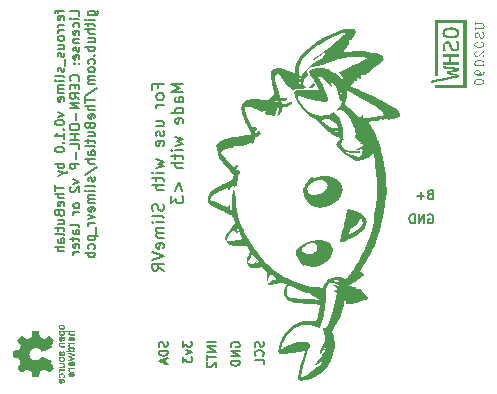
<source format=gbr>
%TF.GenerationSoftware,KiCad,Pcbnew,(6.0.2)*%
%TF.CreationDate,2022-03-17T07:21:37-04:00*%
%TF.ProjectId,ferrous_slime,66657272-6f75-4735-9f73-6c696d652e6b,v0.1.0*%
%TF.SameCoordinates,Original*%
%TF.FileFunction,Legend,Bot*%
%TF.FilePolarity,Positive*%
%FSLAX46Y46*%
G04 Gerber Fmt 4.6, Leading zero omitted, Abs format (unit mm)*
G04 Created by KiCad (PCBNEW (6.0.2)) date 2022-03-17 07:21:37*
%MOMM*%
%LPD*%
G01*
G04 APERTURE LIST*
%ADD10C,0.127000*%
%ADD11C,0.200000*%
%ADD12C,0.160000*%
G04 APERTURE END LIST*
D10*
X77778428Y-59663692D02*
X77814714Y-59772550D01*
X77814714Y-59953978D01*
X77778428Y-60026550D01*
X77742142Y-60062835D01*
X77669571Y-60099121D01*
X77597000Y-60099121D01*
X77524428Y-60062835D01*
X77488142Y-60026550D01*
X77451857Y-59953978D01*
X77415571Y-59808835D01*
X77379285Y-59736264D01*
X77343000Y-59699978D01*
X77270428Y-59663692D01*
X77197857Y-59663692D01*
X77125285Y-59699978D01*
X77089000Y-59736264D01*
X77052714Y-59808835D01*
X77052714Y-59990264D01*
X77089000Y-60099121D01*
X77742142Y-60861121D02*
X77778428Y-60824835D01*
X77814714Y-60715978D01*
X77814714Y-60643407D01*
X77778428Y-60534550D01*
X77705857Y-60461978D01*
X77633285Y-60425692D01*
X77488142Y-60389407D01*
X77379285Y-60389407D01*
X77234142Y-60425692D01*
X77161571Y-60461978D01*
X77089000Y-60534550D01*
X77052714Y-60643407D01*
X77052714Y-60715978D01*
X77089000Y-60824835D01*
X77125285Y-60861121D01*
X77814714Y-61550550D02*
X77814714Y-61187692D01*
X77052714Y-61187692D01*
X75057000Y-60099121D02*
X75020714Y-60026550D01*
X75020714Y-59917692D01*
X75057000Y-59808835D01*
X75129571Y-59736264D01*
X75202142Y-59699978D01*
X75347285Y-59663692D01*
X75456142Y-59663692D01*
X75601285Y-59699978D01*
X75673857Y-59736264D01*
X75746428Y-59808835D01*
X75782714Y-59917692D01*
X75782714Y-59990264D01*
X75746428Y-60099121D01*
X75710142Y-60135407D01*
X75456142Y-60135407D01*
X75456142Y-59990264D01*
X75782714Y-60461978D02*
X75020714Y-60461978D01*
X75782714Y-60897407D01*
X75020714Y-60897407D01*
X75782714Y-61260264D02*
X75020714Y-61260264D01*
X75020714Y-61441692D01*
X75057000Y-61550550D01*
X75129571Y-61623121D01*
X75202142Y-61659407D01*
X75347285Y-61695692D01*
X75456142Y-61695692D01*
X75601285Y-61659407D01*
X75673857Y-61623121D01*
X75746428Y-61550550D01*
X75782714Y-61441692D01*
X75782714Y-61260264D01*
D11*
X68846571Y-38166428D02*
X68846571Y-37833095D01*
X69370380Y-37833095D02*
X68370380Y-37833095D01*
X68370380Y-38309285D01*
X69370380Y-38833095D02*
X69322761Y-38737857D01*
X69275142Y-38690238D01*
X69179904Y-38642619D01*
X68894190Y-38642619D01*
X68798952Y-38690238D01*
X68751333Y-38737857D01*
X68703714Y-38833095D01*
X68703714Y-38975952D01*
X68751333Y-39071190D01*
X68798952Y-39118809D01*
X68894190Y-39166428D01*
X69179904Y-39166428D01*
X69275142Y-39118809D01*
X69322761Y-39071190D01*
X69370380Y-38975952D01*
X69370380Y-38833095D01*
X69370380Y-39595000D02*
X68703714Y-39595000D01*
X68894190Y-39595000D02*
X68798952Y-39642619D01*
X68751333Y-39690238D01*
X68703714Y-39785476D01*
X68703714Y-39880714D01*
X68703714Y-41404523D02*
X69370380Y-41404523D01*
X68703714Y-40975952D02*
X69227523Y-40975952D01*
X69322761Y-41023571D01*
X69370380Y-41118809D01*
X69370380Y-41261666D01*
X69322761Y-41356904D01*
X69275142Y-41404523D01*
X69322761Y-41833095D02*
X69370380Y-41928333D01*
X69370380Y-42118809D01*
X69322761Y-42214047D01*
X69227523Y-42261666D01*
X69179904Y-42261666D01*
X69084666Y-42214047D01*
X69037047Y-42118809D01*
X69037047Y-41975952D01*
X68989428Y-41880714D01*
X68894190Y-41833095D01*
X68846571Y-41833095D01*
X68751333Y-41880714D01*
X68703714Y-41975952D01*
X68703714Y-42118809D01*
X68751333Y-42214047D01*
X69322761Y-43071190D02*
X69370380Y-42975952D01*
X69370380Y-42785476D01*
X69322761Y-42690238D01*
X69227523Y-42642619D01*
X68846571Y-42642619D01*
X68751333Y-42690238D01*
X68703714Y-42785476D01*
X68703714Y-42975952D01*
X68751333Y-43071190D01*
X68846571Y-43118809D01*
X68941809Y-43118809D01*
X69037047Y-42642619D01*
X68703714Y-44214047D02*
X69370380Y-44404523D01*
X68894190Y-44595000D01*
X69370380Y-44785476D01*
X68703714Y-44975952D01*
X69370380Y-45356904D02*
X68703714Y-45356904D01*
X68370380Y-45356904D02*
X68418000Y-45309285D01*
X68465619Y-45356904D01*
X68418000Y-45404523D01*
X68370380Y-45356904D01*
X68465619Y-45356904D01*
X68703714Y-45690238D02*
X68703714Y-46071190D01*
X68370380Y-45833095D02*
X69227523Y-45833095D01*
X69322761Y-45880714D01*
X69370380Y-45975952D01*
X69370380Y-46071190D01*
X69370380Y-46404523D02*
X68370380Y-46404523D01*
X69370380Y-46833095D02*
X68846571Y-46833095D01*
X68751333Y-46785476D01*
X68703714Y-46690238D01*
X68703714Y-46547380D01*
X68751333Y-46452142D01*
X68798952Y-46404523D01*
X69322761Y-48023571D02*
X69370380Y-48166428D01*
X69370380Y-48404523D01*
X69322761Y-48499761D01*
X69275142Y-48547380D01*
X69179904Y-48595000D01*
X69084666Y-48595000D01*
X68989428Y-48547380D01*
X68941809Y-48499761D01*
X68894190Y-48404523D01*
X68846571Y-48214047D01*
X68798952Y-48118809D01*
X68751333Y-48071190D01*
X68656095Y-48023571D01*
X68560857Y-48023571D01*
X68465619Y-48071190D01*
X68418000Y-48118809D01*
X68370380Y-48214047D01*
X68370380Y-48452142D01*
X68418000Y-48595000D01*
X69370380Y-49166428D02*
X69322761Y-49071190D01*
X69227523Y-49023571D01*
X68370380Y-49023571D01*
X69370380Y-49547380D02*
X68703714Y-49547380D01*
X68370380Y-49547380D02*
X68418000Y-49499761D01*
X68465619Y-49547380D01*
X68418000Y-49595000D01*
X68370380Y-49547380D01*
X68465619Y-49547380D01*
X69370380Y-50023571D02*
X68703714Y-50023571D01*
X68798952Y-50023571D02*
X68751333Y-50071190D01*
X68703714Y-50166428D01*
X68703714Y-50309285D01*
X68751333Y-50404523D01*
X68846571Y-50452142D01*
X69370380Y-50452142D01*
X68846571Y-50452142D02*
X68751333Y-50499761D01*
X68703714Y-50595000D01*
X68703714Y-50737857D01*
X68751333Y-50833095D01*
X68846571Y-50880714D01*
X69370380Y-50880714D01*
X69322761Y-51737857D02*
X69370380Y-51642619D01*
X69370380Y-51452142D01*
X69322761Y-51356904D01*
X69227523Y-51309285D01*
X68846571Y-51309285D01*
X68751333Y-51356904D01*
X68703714Y-51452142D01*
X68703714Y-51642619D01*
X68751333Y-51737857D01*
X68846571Y-51785476D01*
X68941809Y-51785476D01*
X69037047Y-51309285D01*
X68370380Y-52071190D02*
X69370380Y-52404523D01*
X68370380Y-52737857D01*
X69370380Y-53642619D02*
X68894190Y-53309285D01*
X69370380Y-53071190D02*
X68370380Y-53071190D01*
X68370380Y-53452142D01*
X68418000Y-53547380D01*
X68465619Y-53595000D01*
X68560857Y-53642619D01*
X68703714Y-53642619D01*
X68798952Y-53595000D01*
X68846571Y-53547380D01*
X68894190Y-53452142D01*
X68894190Y-53071190D01*
X70980380Y-37833095D02*
X69980380Y-37833095D01*
X70694666Y-38166428D01*
X69980380Y-38499761D01*
X70980380Y-38499761D01*
X70980380Y-39404523D02*
X70456571Y-39404523D01*
X70361333Y-39356904D01*
X70313714Y-39261666D01*
X70313714Y-39071190D01*
X70361333Y-38975952D01*
X70932761Y-39404523D02*
X70980380Y-39309285D01*
X70980380Y-39071190D01*
X70932761Y-38975952D01*
X70837523Y-38928333D01*
X70742285Y-38928333D01*
X70647047Y-38975952D01*
X70599428Y-39071190D01*
X70599428Y-39309285D01*
X70551809Y-39404523D01*
X70980380Y-40309285D02*
X69980380Y-40309285D01*
X70932761Y-40309285D02*
X70980380Y-40214047D01*
X70980380Y-40023571D01*
X70932761Y-39928333D01*
X70885142Y-39880714D01*
X70789904Y-39833095D01*
X70504190Y-39833095D01*
X70408952Y-39880714D01*
X70361333Y-39928333D01*
X70313714Y-40023571D01*
X70313714Y-40214047D01*
X70361333Y-40309285D01*
X70932761Y-41166428D02*
X70980380Y-41071190D01*
X70980380Y-40880714D01*
X70932761Y-40785476D01*
X70837523Y-40737857D01*
X70456571Y-40737857D01*
X70361333Y-40785476D01*
X70313714Y-40880714D01*
X70313714Y-41071190D01*
X70361333Y-41166428D01*
X70456571Y-41214047D01*
X70551809Y-41214047D01*
X70647047Y-40737857D01*
X70313714Y-42309285D02*
X70980380Y-42499761D01*
X70504190Y-42690238D01*
X70980380Y-42880714D01*
X70313714Y-43071190D01*
X70980380Y-43452142D02*
X70313714Y-43452142D01*
X69980380Y-43452142D02*
X70028000Y-43404523D01*
X70075619Y-43452142D01*
X70028000Y-43499761D01*
X69980380Y-43452142D01*
X70075619Y-43452142D01*
X70313714Y-43785476D02*
X70313714Y-44166428D01*
X69980380Y-43928333D02*
X70837523Y-43928333D01*
X70932761Y-43975952D01*
X70980380Y-44071190D01*
X70980380Y-44166428D01*
X70980380Y-44499761D02*
X69980380Y-44499761D01*
X70980380Y-44928333D02*
X70456571Y-44928333D01*
X70361333Y-44880714D01*
X70313714Y-44785476D01*
X70313714Y-44642619D01*
X70361333Y-44547380D01*
X70408952Y-44499761D01*
X70313714Y-46928333D02*
X70599428Y-46166428D01*
X70885142Y-46928333D01*
X69980380Y-47309285D02*
X69980380Y-47928333D01*
X70361333Y-47595000D01*
X70361333Y-47737857D01*
X70408952Y-47833095D01*
X70456571Y-47880714D01*
X70551809Y-47928333D01*
X70789904Y-47928333D01*
X70885142Y-47880714D01*
X70932761Y-47833095D01*
X70980380Y-47737857D01*
X70980380Y-47452142D01*
X70932761Y-47356904D01*
X70885142Y-47309285D01*
D10*
X91903550Y-47189571D02*
X91794692Y-47225857D01*
X91758407Y-47262142D01*
X91722121Y-47334714D01*
X91722121Y-47443571D01*
X91758407Y-47516142D01*
X91794692Y-47552428D01*
X91867264Y-47588714D01*
X92157550Y-47588714D01*
X92157550Y-46826714D01*
X91903550Y-46826714D01*
X91830978Y-46863000D01*
X91794692Y-46899285D01*
X91758407Y-46971857D01*
X91758407Y-47044428D01*
X91794692Y-47117000D01*
X91830978Y-47153285D01*
X91903550Y-47189571D01*
X92157550Y-47189571D01*
X91395550Y-47298428D02*
X90814978Y-47298428D01*
X91105264Y-47588714D02*
X91105264Y-47008142D01*
X91740264Y-48895000D02*
X91812835Y-48858714D01*
X91921692Y-48858714D01*
X92030550Y-48895000D01*
X92103121Y-48967571D01*
X92139407Y-49040142D01*
X92175692Y-49185285D01*
X92175692Y-49294142D01*
X92139407Y-49439285D01*
X92103121Y-49511857D01*
X92030550Y-49584428D01*
X91921692Y-49620714D01*
X91849121Y-49620714D01*
X91740264Y-49584428D01*
X91703978Y-49548142D01*
X91703978Y-49294142D01*
X91849121Y-49294142D01*
X91377407Y-49620714D02*
X91377407Y-48858714D01*
X90941978Y-49620714D01*
X90941978Y-48858714D01*
X90579121Y-49620714D02*
X90579121Y-48858714D01*
X90397692Y-48858714D01*
X90288835Y-48895000D01*
X90216264Y-48967571D01*
X90179978Y-49040142D01*
X90143692Y-49185285D01*
X90143692Y-49294142D01*
X90179978Y-49439285D01*
X90216264Y-49511857D01*
X90288835Y-49584428D01*
X90397692Y-49620714D01*
X90579121Y-49620714D01*
X69650428Y-59663692D02*
X69686714Y-59772550D01*
X69686714Y-59953978D01*
X69650428Y-60026550D01*
X69614142Y-60062835D01*
X69541571Y-60099121D01*
X69469000Y-60099121D01*
X69396428Y-60062835D01*
X69360142Y-60026550D01*
X69323857Y-59953978D01*
X69287571Y-59808835D01*
X69251285Y-59736264D01*
X69215000Y-59699978D01*
X69142428Y-59663692D01*
X69069857Y-59663692D01*
X68997285Y-59699978D01*
X68961000Y-59736264D01*
X68924714Y-59808835D01*
X68924714Y-59990264D01*
X68961000Y-60099121D01*
X69686714Y-60425692D02*
X68924714Y-60425692D01*
X68924714Y-60607121D01*
X68961000Y-60715978D01*
X69033571Y-60788550D01*
X69106142Y-60824835D01*
X69251285Y-60861121D01*
X69360142Y-60861121D01*
X69505285Y-60824835D01*
X69577857Y-60788550D01*
X69650428Y-60715978D01*
X69686714Y-60607121D01*
X69686714Y-60425692D01*
X69469000Y-61151407D02*
X69469000Y-61514264D01*
X69686714Y-61078835D02*
X68924714Y-61332835D01*
X69686714Y-61586835D01*
X70956714Y-59627407D02*
X70956714Y-60099121D01*
X71247000Y-59845121D01*
X71247000Y-59953978D01*
X71283285Y-60026550D01*
X71319571Y-60062835D01*
X71392142Y-60099121D01*
X71573571Y-60099121D01*
X71646142Y-60062835D01*
X71682428Y-60026550D01*
X71718714Y-59953978D01*
X71718714Y-59736264D01*
X71682428Y-59663692D01*
X71646142Y-59627407D01*
X71210714Y-60353121D02*
X71718714Y-60534550D01*
X71210714Y-60715978D01*
X70956714Y-60933692D02*
X70956714Y-61405407D01*
X71247000Y-61151407D01*
X71247000Y-61260264D01*
X71283285Y-61332835D01*
X71319571Y-61369121D01*
X71392142Y-61405407D01*
X71573571Y-61405407D01*
X71646142Y-61369121D01*
X71682428Y-61332835D01*
X71718714Y-61260264D01*
X71718714Y-61042550D01*
X71682428Y-60969978D01*
X71646142Y-60933692D01*
X73750714Y-59699978D02*
X72988714Y-59699978D01*
X73750714Y-60062835D02*
X72988714Y-60062835D01*
X73750714Y-60498264D01*
X72988714Y-60498264D01*
X72988714Y-60752264D02*
X72988714Y-61187692D01*
X73750714Y-60969978D02*
X72988714Y-60969978D01*
X73061285Y-61405407D02*
X73025000Y-61441692D01*
X72988714Y-61514264D01*
X72988714Y-61695692D01*
X73025000Y-61768264D01*
X73061285Y-61804550D01*
X73133857Y-61840835D01*
X73206428Y-61840835D01*
X73315285Y-61804550D01*
X73750714Y-61369121D01*
X73750714Y-61840835D01*
D12*
X60389571Y-31549190D02*
X60389571Y-31853952D01*
X60922904Y-31663476D02*
X60237190Y-31663476D01*
X60161000Y-31701571D01*
X60122904Y-31777761D01*
X60122904Y-31853952D01*
X60884809Y-32425380D02*
X60922904Y-32349190D01*
X60922904Y-32196809D01*
X60884809Y-32120619D01*
X60808619Y-32082523D01*
X60503857Y-32082523D01*
X60427666Y-32120619D01*
X60389571Y-32196809D01*
X60389571Y-32349190D01*
X60427666Y-32425380D01*
X60503857Y-32463476D01*
X60580047Y-32463476D01*
X60656238Y-32082523D01*
X60922904Y-32806333D02*
X60389571Y-32806333D01*
X60541952Y-32806333D02*
X60465761Y-32844428D01*
X60427666Y-32882523D01*
X60389571Y-32958714D01*
X60389571Y-33034904D01*
X60922904Y-33301571D02*
X60389571Y-33301571D01*
X60541952Y-33301571D02*
X60465761Y-33339666D01*
X60427666Y-33377761D01*
X60389571Y-33453952D01*
X60389571Y-33530142D01*
X60922904Y-33911095D02*
X60884809Y-33834904D01*
X60846714Y-33796809D01*
X60770523Y-33758714D01*
X60541952Y-33758714D01*
X60465761Y-33796809D01*
X60427666Y-33834904D01*
X60389571Y-33911095D01*
X60389571Y-34025380D01*
X60427666Y-34101571D01*
X60465761Y-34139666D01*
X60541952Y-34177761D01*
X60770523Y-34177761D01*
X60846714Y-34139666D01*
X60884809Y-34101571D01*
X60922904Y-34025380D01*
X60922904Y-33911095D01*
X60389571Y-34863476D02*
X60922904Y-34863476D01*
X60389571Y-34520619D02*
X60808619Y-34520619D01*
X60884809Y-34558714D01*
X60922904Y-34634904D01*
X60922904Y-34749190D01*
X60884809Y-34825380D01*
X60846714Y-34863476D01*
X60884809Y-35206333D02*
X60922904Y-35282523D01*
X60922904Y-35434904D01*
X60884809Y-35511095D01*
X60808619Y-35549190D01*
X60770523Y-35549190D01*
X60694333Y-35511095D01*
X60656238Y-35434904D01*
X60656238Y-35320619D01*
X60618142Y-35244428D01*
X60541952Y-35206333D01*
X60503857Y-35206333D01*
X60427666Y-35244428D01*
X60389571Y-35320619D01*
X60389571Y-35434904D01*
X60427666Y-35511095D01*
X60999095Y-35701571D02*
X60999095Y-36311095D01*
X60884809Y-36463476D02*
X60922904Y-36539666D01*
X60922904Y-36692047D01*
X60884809Y-36768238D01*
X60808619Y-36806333D01*
X60770523Y-36806333D01*
X60694333Y-36768238D01*
X60656238Y-36692047D01*
X60656238Y-36577761D01*
X60618142Y-36501571D01*
X60541952Y-36463476D01*
X60503857Y-36463476D01*
X60427666Y-36501571D01*
X60389571Y-36577761D01*
X60389571Y-36692047D01*
X60427666Y-36768238D01*
X60922904Y-37263476D02*
X60884809Y-37187285D01*
X60808619Y-37149190D01*
X60122904Y-37149190D01*
X60922904Y-37568238D02*
X60389571Y-37568238D01*
X60122904Y-37568238D02*
X60161000Y-37530142D01*
X60199095Y-37568238D01*
X60161000Y-37606333D01*
X60122904Y-37568238D01*
X60199095Y-37568238D01*
X60922904Y-37949190D02*
X60389571Y-37949190D01*
X60465761Y-37949190D02*
X60427666Y-37987285D01*
X60389571Y-38063476D01*
X60389571Y-38177761D01*
X60427666Y-38253952D01*
X60503857Y-38292047D01*
X60922904Y-38292047D01*
X60503857Y-38292047D02*
X60427666Y-38330142D01*
X60389571Y-38406333D01*
X60389571Y-38520619D01*
X60427666Y-38596809D01*
X60503857Y-38634904D01*
X60922904Y-38634904D01*
X60884809Y-39320619D02*
X60922904Y-39244428D01*
X60922904Y-39092047D01*
X60884809Y-39015857D01*
X60808619Y-38977761D01*
X60503857Y-38977761D01*
X60427666Y-39015857D01*
X60389571Y-39092047D01*
X60389571Y-39244428D01*
X60427666Y-39320619D01*
X60503857Y-39358714D01*
X60580047Y-39358714D01*
X60656238Y-38977761D01*
X60389571Y-40234904D02*
X60922904Y-40425380D01*
X60389571Y-40615857D01*
X60122904Y-41073000D02*
X60122904Y-41149190D01*
X60161000Y-41225380D01*
X60199095Y-41263476D01*
X60275285Y-41301571D01*
X60427666Y-41339666D01*
X60618142Y-41339666D01*
X60770523Y-41301571D01*
X60846714Y-41263476D01*
X60884809Y-41225380D01*
X60922904Y-41149190D01*
X60922904Y-41073000D01*
X60884809Y-40996809D01*
X60846714Y-40958714D01*
X60770523Y-40920619D01*
X60618142Y-40882523D01*
X60427666Y-40882523D01*
X60275285Y-40920619D01*
X60199095Y-40958714D01*
X60161000Y-40996809D01*
X60122904Y-41073000D01*
X60846714Y-41682523D02*
X60884809Y-41720619D01*
X60922904Y-41682523D01*
X60884809Y-41644428D01*
X60846714Y-41682523D01*
X60922904Y-41682523D01*
X60922904Y-42482523D02*
X60922904Y-42025380D01*
X60922904Y-42253952D02*
X60122904Y-42253952D01*
X60237190Y-42177761D01*
X60313380Y-42101571D01*
X60351476Y-42025380D01*
X60846714Y-42825380D02*
X60884809Y-42863476D01*
X60922904Y-42825380D01*
X60884809Y-42787285D01*
X60846714Y-42825380D01*
X60922904Y-42825380D01*
X60122904Y-43358714D02*
X60122904Y-43434904D01*
X60161000Y-43511095D01*
X60199095Y-43549190D01*
X60275285Y-43587285D01*
X60427666Y-43625380D01*
X60618142Y-43625380D01*
X60770523Y-43587285D01*
X60846714Y-43549190D01*
X60884809Y-43511095D01*
X60922904Y-43434904D01*
X60922904Y-43358714D01*
X60884809Y-43282523D01*
X60846714Y-43244428D01*
X60770523Y-43206333D01*
X60618142Y-43168238D01*
X60427666Y-43168238D01*
X60275285Y-43206333D01*
X60199095Y-43244428D01*
X60161000Y-43282523D01*
X60122904Y-43358714D01*
X60922904Y-44577761D02*
X60122904Y-44577761D01*
X60427666Y-44577761D02*
X60389571Y-44653952D01*
X60389571Y-44806333D01*
X60427666Y-44882523D01*
X60465761Y-44920619D01*
X60541952Y-44958714D01*
X60770523Y-44958714D01*
X60846714Y-44920619D01*
X60884809Y-44882523D01*
X60922904Y-44806333D01*
X60922904Y-44653952D01*
X60884809Y-44577761D01*
X60389571Y-45225380D02*
X60922904Y-45415857D01*
X60389571Y-45606333D02*
X60922904Y-45415857D01*
X61113380Y-45339666D01*
X61151476Y-45301571D01*
X61189571Y-45225380D01*
X60122904Y-46406333D02*
X60122904Y-46863476D01*
X60922904Y-46634904D02*
X60122904Y-46634904D01*
X60922904Y-47130142D02*
X60122904Y-47130142D01*
X60922904Y-47473000D02*
X60503857Y-47473000D01*
X60427666Y-47434904D01*
X60389571Y-47358714D01*
X60389571Y-47244428D01*
X60427666Y-47168238D01*
X60465761Y-47130142D01*
X60884809Y-48158714D02*
X60922904Y-48082523D01*
X60922904Y-47930142D01*
X60884809Y-47853952D01*
X60808619Y-47815857D01*
X60503857Y-47815857D01*
X60427666Y-47853952D01*
X60389571Y-47930142D01*
X60389571Y-48082523D01*
X60427666Y-48158714D01*
X60503857Y-48196809D01*
X60580047Y-48196809D01*
X60656238Y-47815857D01*
X60503857Y-48806333D02*
X60541952Y-48920619D01*
X60580047Y-48958714D01*
X60656238Y-48996809D01*
X60770523Y-48996809D01*
X60846714Y-48958714D01*
X60884809Y-48920619D01*
X60922904Y-48844428D01*
X60922904Y-48539666D01*
X60122904Y-48539666D01*
X60122904Y-48806333D01*
X60161000Y-48882523D01*
X60199095Y-48920619D01*
X60275285Y-48958714D01*
X60351476Y-48958714D01*
X60427666Y-48920619D01*
X60465761Y-48882523D01*
X60503857Y-48806333D01*
X60503857Y-48539666D01*
X60389571Y-49682523D02*
X60922904Y-49682523D01*
X60389571Y-49339666D02*
X60808619Y-49339666D01*
X60884809Y-49377761D01*
X60922904Y-49453952D01*
X60922904Y-49568238D01*
X60884809Y-49644428D01*
X60846714Y-49682523D01*
X60389571Y-49949190D02*
X60389571Y-50253952D01*
X60122904Y-50063476D02*
X60808619Y-50063476D01*
X60884809Y-50101571D01*
X60922904Y-50177761D01*
X60922904Y-50253952D01*
X60922904Y-50634904D02*
X60884809Y-50558714D01*
X60808619Y-50520619D01*
X60122904Y-50520619D01*
X60922904Y-51282523D02*
X60503857Y-51282523D01*
X60427666Y-51244428D01*
X60389571Y-51168238D01*
X60389571Y-51015857D01*
X60427666Y-50939666D01*
X60884809Y-51282523D02*
X60922904Y-51206333D01*
X60922904Y-51015857D01*
X60884809Y-50939666D01*
X60808619Y-50901571D01*
X60732428Y-50901571D01*
X60656238Y-50939666D01*
X60618142Y-51015857D01*
X60618142Y-51206333D01*
X60580047Y-51282523D01*
X60922904Y-51663476D02*
X60122904Y-51663476D01*
X60922904Y-52006333D02*
X60503857Y-52006333D01*
X60427666Y-51968238D01*
X60389571Y-51892047D01*
X60389571Y-51777761D01*
X60427666Y-51701571D01*
X60465761Y-51663476D01*
X62210904Y-32044428D02*
X62210904Y-31663476D01*
X61410904Y-31663476D01*
X62210904Y-32311095D02*
X61677571Y-32311095D01*
X61410904Y-32311095D02*
X61449000Y-32273000D01*
X61487095Y-32311095D01*
X61449000Y-32349190D01*
X61410904Y-32311095D01*
X61487095Y-32311095D01*
X62172809Y-33034904D02*
X62210904Y-32958714D01*
X62210904Y-32806333D01*
X62172809Y-32730142D01*
X62134714Y-32692047D01*
X62058523Y-32653952D01*
X61829952Y-32653952D01*
X61753761Y-32692047D01*
X61715666Y-32730142D01*
X61677571Y-32806333D01*
X61677571Y-32958714D01*
X61715666Y-33034904D01*
X62172809Y-33682523D02*
X62210904Y-33606333D01*
X62210904Y-33453952D01*
X62172809Y-33377761D01*
X62096619Y-33339666D01*
X61791857Y-33339666D01*
X61715666Y-33377761D01*
X61677571Y-33453952D01*
X61677571Y-33606333D01*
X61715666Y-33682523D01*
X61791857Y-33720619D01*
X61868047Y-33720619D01*
X61944238Y-33339666D01*
X61677571Y-34063476D02*
X62210904Y-34063476D01*
X61753761Y-34063476D02*
X61715666Y-34101571D01*
X61677571Y-34177761D01*
X61677571Y-34292047D01*
X61715666Y-34368238D01*
X61791857Y-34406333D01*
X62210904Y-34406333D01*
X62172809Y-34749190D02*
X62210904Y-34825380D01*
X62210904Y-34977761D01*
X62172809Y-35053952D01*
X62096619Y-35092047D01*
X62058523Y-35092047D01*
X61982333Y-35053952D01*
X61944238Y-34977761D01*
X61944238Y-34863476D01*
X61906142Y-34787285D01*
X61829952Y-34749190D01*
X61791857Y-34749190D01*
X61715666Y-34787285D01*
X61677571Y-34863476D01*
X61677571Y-34977761D01*
X61715666Y-35053952D01*
X62172809Y-35739666D02*
X62210904Y-35663476D01*
X62210904Y-35511095D01*
X62172809Y-35434904D01*
X62096619Y-35396809D01*
X61791857Y-35396809D01*
X61715666Y-35434904D01*
X61677571Y-35511095D01*
X61677571Y-35663476D01*
X61715666Y-35739666D01*
X61791857Y-35777761D01*
X61868047Y-35777761D01*
X61944238Y-35396809D01*
X62134714Y-36120619D02*
X62172809Y-36158714D01*
X62210904Y-36120619D01*
X62172809Y-36082523D01*
X62134714Y-36120619D01*
X62210904Y-36120619D01*
X61715666Y-36120619D02*
X61753761Y-36158714D01*
X61791857Y-36120619D01*
X61753761Y-36082523D01*
X61715666Y-36120619D01*
X61791857Y-36120619D01*
X62134714Y-37568238D02*
X62172809Y-37530142D01*
X62210904Y-37415857D01*
X62210904Y-37339666D01*
X62172809Y-37225380D01*
X62096619Y-37149190D01*
X62020428Y-37111095D01*
X61868047Y-37073000D01*
X61753761Y-37073000D01*
X61601380Y-37111095D01*
X61525190Y-37149190D01*
X61449000Y-37225380D01*
X61410904Y-37339666D01*
X61410904Y-37415857D01*
X61449000Y-37530142D01*
X61487095Y-37568238D01*
X61791857Y-37911095D02*
X61791857Y-38177761D01*
X62210904Y-38292047D02*
X62210904Y-37911095D01*
X61410904Y-37911095D01*
X61410904Y-38292047D01*
X62210904Y-39092047D02*
X61829952Y-38825380D01*
X62210904Y-38634904D02*
X61410904Y-38634904D01*
X61410904Y-38939666D01*
X61449000Y-39015857D01*
X61487095Y-39053952D01*
X61563285Y-39092047D01*
X61677571Y-39092047D01*
X61753761Y-39053952D01*
X61791857Y-39015857D01*
X61829952Y-38939666D01*
X61829952Y-38634904D01*
X62210904Y-39434904D02*
X61410904Y-39434904D01*
X62210904Y-39892047D01*
X61410904Y-39892047D01*
X61906142Y-40273000D02*
X61906142Y-40882523D01*
X61410904Y-41415857D02*
X61410904Y-41568238D01*
X61449000Y-41644428D01*
X61525190Y-41720619D01*
X61677571Y-41758714D01*
X61944238Y-41758714D01*
X62096619Y-41720619D01*
X62172809Y-41644428D01*
X62210904Y-41568238D01*
X62210904Y-41415857D01*
X62172809Y-41339666D01*
X62096619Y-41263476D01*
X61944238Y-41225380D01*
X61677571Y-41225380D01*
X61525190Y-41263476D01*
X61449000Y-41339666D01*
X61410904Y-41415857D01*
X62210904Y-42101571D02*
X61410904Y-42101571D01*
X61791857Y-42101571D02*
X61791857Y-42558714D01*
X62210904Y-42558714D02*
X61410904Y-42558714D01*
X62210904Y-43320619D02*
X62210904Y-42939666D01*
X61410904Y-42939666D01*
X61906142Y-43587285D02*
X61906142Y-44196809D01*
X62210904Y-44577761D02*
X61410904Y-44577761D01*
X61410904Y-44882523D01*
X61449000Y-44958714D01*
X61487095Y-44996809D01*
X61563285Y-45034904D01*
X61677571Y-45034904D01*
X61753761Y-44996809D01*
X61791857Y-44958714D01*
X61829952Y-44882523D01*
X61829952Y-44577761D01*
X61677571Y-45911095D02*
X62210904Y-46101571D01*
X61677571Y-46292047D01*
X61487095Y-46558714D02*
X61449000Y-46596809D01*
X61410904Y-46673000D01*
X61410904Y-46863476D01*
X61449000Y-46939666D01*
X61487095Y-46977761D01*
X61563285Y-47015857D01*
X61639476Y-47015857D01*
X61753761Y-46977761D01*
X62210904Y-46520619D01*
X62210904Y-47015857D01*
X62210904Y-48082523D02*
X62172809Y-48006333D01*
X62134714Y-47968238D01*
X62058523Y-47930142D01*
X61829952Y-47930142D01*
X61753761Y-47968238D01*
X61715666Y-48006333D01*
X61677571Y-48082523D01*
X61677571Y-48196809D01*
X61715666Y-48273000D01*
X61753761Y-48311095D01*
X61829952Y-48349190D01*
X62058523Y-48349190D01*
X62134714Y-48311095D01*
X62172809Y-48273000D01*
X62210904Y-48196809D01*
X62210904Y-48082523D01*
X62210904Y-48692047D02*
X61677571Y-48692047D01*
X61829952Y-48692047D02*
X61753761Y-48730142D01*
X61715666Y-48768238D01*
X61677571Y-48844428D01*
X61677571Y-48920619D01*
X62210904Y-49911095D02*
X62172809Y-49834904D01*
X62096619Y-49796809D01*
X61410904Y-49796809D01*
X62210904Y-50558714D02*
X61791857Y-50558714D01*
X61715666Y-50520619D01*
X61677571Y-50444428D01*
X61677571Y-50292047D01*
X61715666Y-50215857D01*
X62172809Y-50558714D02*
X62210904Y-50482523D01*
X62210904Y-50292047D01*
X62172809Y-50215857D01*
X62096619Y-50177761D01*
X62020428Y-50177761D01*
X61944238Y-50215857D01*
X61906142Y-50292047D01*
X61906142Y-50482523D01*
X61868047Y-50558714D01*
X61677571Y-50825380D02*
X61677571Y-51130142D01*
X61410904Y-50939666D02*
X62096619Y-50939666D01*
X62172809Y-50977761D01*
X62210904Y-51053952D01*
X62210904Y-51130142D01*
X62172809Y-51701571D02*
X62210904Y-51625380D01*
X62210904Y-51473000D01*
X62172809Y-51396809D01*
X62096619Y-51358714D01*
X61791857Y-51358714D01*
X61715666Y-51396809D01*
X61677571Y-51473000D01*
X61677571Y-51625380D01*
X61715666Y-51701571D01*
X61791857Y-51739666D01*
X61868047Y-51739666D01*
X61944238Y-51358714D01*
X62210904Y-52082523D02*
X61677571Y-52082523D01*
X61829952Y-52082523D02*
X61753761Y-52120619D01*
X61715666Y-52158714D01*
X61677571Y-52234904D01*
X61677571Y-52311095D01*
X62965571Y-32006333D02*
X63613190Y-32006333D01*
X63689380Y-31968238D01*
X63727476Y-31930142D01*
X63765571Y-31853952D01*
X63765571Y-31739666D01*
X63727476Y-31663476D01*
X63460809Y-32006333D02*
X63498904Y-31930142D01*
X63498904Y-31777761D01*
X63460809Y-31701571D01*
X63422714Y-31663476D01*
X63346523Y-31625380D01*
X63117952Y-31625380D01*
X63041761Y-31663476D01*
X63003666Y-31701571D01*
X62965571Y-31777761D01*
X62965571Y-31930142D01*
X63003666Y-32006333D01*
X63498904Y-32387285D02*
X62965571Y-32387285D01*
X62698904Y-32387285D02*
X62737000Y-32349190D01*
X62775095Y-32387285D01*
X62737000Y-32425380D01*
X62698904Y-32387285D01*
X62775095Y-32387285D01*
X62965571Y-32653952D02*
X62965571Y-32958714D01*
X62698904Y-32768238D02*
X63384619Y-32768238D01*
X63460809Y-32806333D01*
X63498904Y-32882523D01*
X63498904Y-32958714D01*
X63498904Y-33225380D02*
X62698904Y-33225380D01*
X63498904Y-33568238D02*
X63079857Y-33568238D01*
X63003666Y-33530142D01*
X62965571Y-33453952D01*
X62965571Y-33339666D01*
X63003666Y-33263476D01*
X63041761Y-33225380D01*
X62965571Y-34292047D02*
X63498904Y-34292047D01*
X62965571Y-33949190D02*
X63384619Y-33949190D01*
X63460809Y-33987285D01*
X63498904Y-34063476D01*
X63498904Y-34177761D01*
X63460809Y-34253952D01*
X63422714Y-34292047D01*
X63498904Y-34673000D02*
X62698904Y-34673000D01*
X63003666Y-34673000D02*
X62965571Y-34749190D01*
X62965571Y-34901571D01*
X63003666Y-34977761D01*
X63041761Y-35015857D01*
X63117952Y-35053952D01*
X63346523Y-35053952D01*
X63422714Y-35015857D01*
X63460809Y-34977761D01*
X63498904Y-34901571D01*
X63498904Y-34749190D01*
X63460809Y-34673000D01*
X63422714Y-35396809D02*
X63460809Y-35434904D01*
X63498904Y-35396809D01*
X63460809Y-35358714D01*
X63422714Y-35396809D01*
X63498904Y-35396809D01*
X63460809Y-36120619D02*
X63498904Y-36044428D01*
X63498904Y-35892047D01*
X63460809Y-35815857D01*
X63422714Y-35777761D01*
X63346523Y-35739666D01*
X63117952Y-35739666D01*
X63041761Y-35777761D01*
X63003666Y-35815857D01*
X62965571Y-35892047D01*
X62965571Y-36044428D01*
X63003666Y-36120619D01*
X63498904Y-36577761D02*
X63460809Y-36501571D01*
X63422714Y-36463476D01*
X63346523Y-36425380D01*
X63117952Y-36425380D01*
X63041761Y-36463476D01*
X63003666Y-36501571D01*
X62965571Y-36577761D01*
X62965571Y-36692047D01*
X63003666Y-36768238D01*
X63041761Y-36806333D01*
X63117952Y-36844428D01*
X63346523Y-36844428D01*
X63422714Y-36806333D01*
X63460809Y-36768238D01*
X63498904Y-36692047D01*
X63498904Y-36577761D01*
X63498904Y-37187285D02*
X62965571Y-37187285D01*
X63041761Y-37187285D02*
X63003666Y-37225380D01*
X62965571Y-37301571D01*
X62965571Y-37415857D01*
X63003666Y-37492047D01*
X63079857Y-37530142D01*
X63498904Y-37530142D01*
X63079857Y-37530142D02*
X63003666Y-37568238D01*
X62965571Y-37644428D01*
X62965571Y-37758714D01*
X63003666Y-37834904D01*
X63079857Y-37872999D01*
X63498904Y-37872999D01*
X62660809Y-38825380D02*
X63689380Y-38139666D01*
X62698904Y-38977761D02*
X62698904Y-39434904D01*
X63498904Y-39206333D02*
X62698904Y-39206333D01*
X63498904Y-39701571D02*
X62698904Y-39701571D01*
X63498904Y-40044428D02*
X63079857Y-40044428D01*
X63003666Y-40006333D01*
X62965571Y-39930142D01*
X62965571Y-39815857D01*
X63003666Y-39739666D01*
X63041761Y-39701571D01*
X63460809Y-40730142D02*
X63498904Y-40653952D01*
X63498904Y-40501571D01*
X63460809Y-40425380D01*
X63384619Y-40387285D01*
X63079857Y-40387285D01*
X63003666Y-40425380D01*
X62965571Y-40501571D01*
X62965571Y-40653952D01*
X63003666Y-40730142D01*
X63079857Y-40768238D01*
X63156047Y-40768238D01*
X63232238Y-40387285D01*
X63079857Y-41377761D02*
X63117952Y-41492047D01*
X63156047Y-41530142D01*
X63232238Y-41568238D01*
X63346523Y-41568238D01*
X63422714Y-41530142D01*
X63460809Y-41492047D01*
X63498904Y-41415857D01*
X63498904Y-41111095D01*
X62698904Y-41111095D01*
X62698904Y-41377761D01*
X62737000Y-41453952D01*
X62775095Y-41492047D01*
X62851285Y-41530142D01*
X62927476Y-41530142D01*
X63003666Y-41492047D01*
X63041761Y-41453952D01*
X63079857Y-41377761D01*
X63079857Y-41111095D01*
X62965571Y-42253952D02*
X63498904Y-42253952D01*
X62965571Y-41911095D02*
X63384619Y-41911095D01*
X63460809Y-41949190D01*
X63498904Y-42025380D01*
X63498904Y-42139666D01*
X63460809Y-42215857D01*
X63422714Y-42253952D01*
X62965571Y-42520619D02*
X62965571Y-42825380D01*
X62698904Y-42634904D02*
X63384619Y-42634904D01*
X63460809Y-42673000D01*
X63498904Y-42749190D01*
X63498904Y-42825380D01*
X63498904Y-43206333D02*
X63460809Y-43130142D01*
X63384619Y-43092047D01*
X62698904Y-43092047D01*
X63498904Y-43853952D02*
X63079857Y-43853952D01*
X63003666Y-43815857D01*
X62965571Y-43739666D01*
X62965571Y-43587285D01*
X63003666Y-43511095D01*
X63460809Y-43853952D02*
X63498904Y-43777761D01*
X63498904Y-43587285D01*
X63460809Y-43511095D01*
X63384619Y-43472999D01*
X63308428Y-43472999D01*
X63232238Y-43511095D01*
X63194142Y-43587285D01*
X63194142Y-43777761D01*
X63156047Y-43853952D01*
X63498904Y-44234904D02*
X62698904Y-44234904D01*
X63498904Y-44577761D02*
X63079857Y-44577761D01*
X63003666Y-44539666D01*
X62965571Y-44463476D01*
X62965571Y-44349190D01*
X63003666Y-44272999D01*
X63041761Y-44234904D01*
X62660809Y-45530142D02*
X63689380Y-44844428D01*
X63460809Y-45758714D02*
X63498904Y-45834904D01*
X63498904Y-45987285D01*
X63460809Y-46063476D01*
X63384619Y-46101571D01*
X63346523Y-46101571D01*
X63270333Y-46063476D01*
X63232238Y-45987285D01*
X63232238Y-45872999D01*
X63194142Y-45796809D01*
X63117952Y-45758714D01*
X63079857Y-45758714D01*
X63003666Y-45796809D01*
X62965571Y-45872999D01*
X62965571Y-45987285D01*
X63003666Y-46063476D01*
X63498904Y-46558714D02*
X63460809Y-46482523D01*
X63384619Y-46444428D01*
X62698904Y-46444428D01*
X63498904Y-46863476D02*
X62965571Y-46863476D01*
X62698904Y-46863476D02*
X62737000Y-46825380D01*
X62775095Y-46863476D01*
X62737000Y-46901571D01*
X62698904Y-46863476D01*
X62775095Y-46863476D01*
X63498904Y-47244428D02*
X62965571Y-47244428D01*
X63041761Y-47244428D02*
X63003666Y-47282523D01*
X62965571Y-47358714D01*
X62965571Y-47472999D01*
X63003666Y-47549190D01*
X63079857Y-47587285D01*
X63498904Y-47587285D01*
X63079857Y-47587285D02*
X63003666Y-47625380D01*
X62965571Y-47701571D01*
X62965571Y-47815857D01*
X63003666Y-47892047D01*
X63079857Y-47930142D01*
X63498904Y-47930142D01*
X63460809Y-48615857D02*
X63498904Y-48539666D01*
X63498904Y-48387285D01*
X63460809Y-48311095D01*
X63384619Y-48272999D01*
X63079857Y-48272999D01*
X63003666Y-48311095D01*
X62965571Y-48387285D01*
X62965571Y-48539666D01*
X63003666Y-48615857D01*
X63079857Y-48653952D01*
X63156047Y-48653952D01*
X63232238Y-48272999D01*
X62965571Y-48920619D02*
X63498904Y-49111095D01*
X62965571Y-49301571D01*
X63498904Y-49606333D02*
X62965571Y-49606333D01*
X63117952Y-49606333D02*
X63041761Y-49644428D01*
X63003666Y-49682523D01*
X62965571Y-49758714D01*
X62965571Y-49834904D01*
X63575095Y-49911095D02*
X63575095Y-50520619D01*
X62965571Y-50711095D02*
X63765571Y-50711095D01*
X63003666Y-50711095D02*
X62965571Y-50787285D01*
X62965571Y-50939666D01*
X63003666Y-51015857D01*
X63041761Y-51053952D01*
X63117952Y-51092047D01*
X63346523Y-51092047D01*
X63422714Y-51053952D01*
X63460809Y-51015857D01*
X63498904Y-50939666D01*
X63498904Y-50787285D01*
X63460809Y-50711095D01*
X63460809Y-51777761D02*
X63498904Y-51701571D01*
X63498904Y-51549190D01*
X63460809Y-51472999D01*
X63422714Y-51434904D01*
X63346523Y-51396809D01*
X63117952Y-51396809D01*
X63041761Y-51434904D01*
X63003666Y-51472999D01*
X62965571Y-51549190D01*
X62965571Y-51701571D01*
X63003666Y-51777761D01*
X63498904Y-52120619D02*
X62698904Y-52120619D01*
X63003666Y-52120619D02*
X62965571Y-52196809D01*
X62965571Y-52349190D01*
X63003666Y-52425380D01*
X63041761Y-52463476D01*
X63117952Y-52501571D01*
X63346523Y-52501571D01*
X63422714Y-52463476D01*
X63460809Y-52425380D01*
X63498904Y-52349190D01*
X63498904Y-52196809D01*
X63460809Y-52120619D01*
%TO.C,G\u002A\u002A\u002A*%
G36*
X86381729Y-49077950D02*
G01*
X86479305Y-49258979D01*
X86489184Y-49296146D01*
X86521195Y-49556111D01*
X86476561Y-49798041D01*
X86350230Y-50037136D01*
X86137151Y-50288595D01*
X86036815Y-50381081D01*
X85830288Y-50539907D01*
X85583888Y-50703065D01*
X85316906Y-50860073D01*
X85048634Y-51000446D01*
X84798360Y-51113700D01*
X84585378Y-51189353D01*
X84428977Y-51216919D01*
X84416068Y-51216779D01*
X84357808Y-51208713D01*
X84318905Y-51180799D01*
X84300408Y-51122722D01*
X84303363Y-51024165D01*
X84328819Y-50874813D01*
X84377823Y-50664350D01*
X84428154Y-50471580D01*
X85045363Y-50471580D01*
X85049466Y-50528629D01*
X85055335Y-50532059D01*
X85127705Y-50522129D01*
X85253956Y-50473774D01*
X85411393Y-50397768D01*
X85577324Y-50304889D01*
X85729052Y-50205914D01*
X85799681Y-50150988D01*
X85949371Y-50011916D01*
X86063497Y-49877607D01*
X86102567Y-49815428D01*
X86178735Y-49602598D01*
X86166829Y-49399002D01*
X86066779Y-49218767D01*
X86037882Y-49186050D01*
X85975682Y-49122596D01*
X85951674Y-49126470D01*
X85946968Y-49193725D01*
X85941173Y-49244754D01*
X85888160Y-49406087D01*
X85794815Y-49590072D01*
X85679539Y-49763404D01*
X85560736Y-49892776D01*
X85543482Y-49906651D01*
X85404963Y-49986801D01*
X85275613Y-50018830D01*
X85225678Y-50021059D01*
X85163148Y-50046060D01*
X85121609Y-50118177D01*
X85082191Y-50261040D01*
X85062407Y-50352975D01*
X85045363Y-50471580D01*
X84428154Y-50471580D01*
X84451423Y-50382461D01*
X84550667Y-50018830D01*
X84570337Y-49945971D01*
X84635103Y-49687548D01*
X84698106Y-49411591D01*
X84754881Y-49140161D01*
X84800964Y-48895320D01*
X84831889Y-48699128D01*
X84843189Y-48573647D01*
X84843403Y-48542624D01*
X84855388Y-48469262D01*
X84905978Y-48448421D01*
X85022906Y-48463030D01*
X85260338Y-48510229D01*
X85627664Y-48616302D01*
X85944566Y-48750412D01*
X85975682Y-48769431D01*
X86199702Y-48906361D01*
X86381729Y-49077950D01*
G37*
G36*
X77215784Y-52865763D02*
G01*
X77237074Y-52880557D01*
X77271114Y-52921092D01*
X77270647Y-52927792D01*
X77242905Y-52938346D01*
X77194650Y-52886897D01*
X77182990Y-52860115D01*
X77215784Y-52865763D01*
G37*
G36*
X82633689Y-51050928D02*
G01*
X82967000Y-51102725D01*
X83248871Y-51216437D01*
X83470998Y-51390738D01*
X83625074Y-51624302D01*
X83672657Y-51771242D01*
X83681738Y-52020871D01*
X83613599Y-52271365D01*
X83479119Y-52513979D01*
X83289177Y-52739967D01*
X83054652Y-52940582D01*
X82786425Y-53107080D01*
X82495375Y-53230714D01*
X82192381Y-53302739D01*
X81888322Y-53314408D01*
X81594079Y-53256977D01*
X81506488Y-53231790D01*
X81351864Y-53204266D01*
X81241518Y-53205920D01*
X81200226Y-53212226D01*
X81130560Y-53193568D01*
X81050528Y-53123464D01*
X80939721Y-52987119D01*
X80895042Y-52927396D01*
X80693887Y-52616965D01*
X80571372Y-52342766D01*
X80529982Y-52110118D01*
X80529982Y-52108553D01*
X80538391Y-51999338D01*
X80573593Y-51907399D01*
X80645604Y-51813261D01*
X81027753Y-51813261D01*
X81034100Y-51886311D01*
X81090788Y-51994722D01*
X81130155Y-52056227D01*
X81262913Y-52188170D01*
X81435175Y-52250682D01*
X81667862Y-52253128D01*
X81915199Y-52198356D01*
X82131208Y-52073217D01*
X82279950Y-51886488D01*
X82342049Y-51716600D01*
X82327536Y-51565687D01*
X82227489Y-51424434D01*
X82212995Y-51410139D01*
X82125021Y-51341469D01*
X82029603Y-51318958D01*
X81883923Y-51330956D01*
X81798548Y-51346042D01*
X81577447Y-51410476D01*
X81364830Y-51502575D01*
X81189496Y-51608584D01*
X81080243Y-51714753D01*
X81070050Y-51730440D01*
X81027753Y-51813261D01*
X80645604Y-51813261D01*
X80650969Y-51806248D01*
X80785899Y-51669398D01*
X80961436Y-51517197D01*
X81167092Y-51387756D01*
X81426170Y-51273300D01*
X81845974Y-51138383D01*
X82029603Y-51104445D01*
X82257245Y-51062372D01*
X82633689Y-51050928D01*
G37*
G36*
X82109222Y-37855884D02*
G01*
X82138687Y-37932827D01*
X82144830Y-37999157D01*
X82097051Y-38047956D01*
X81979698Y-38109922D01*
X81857603Y-38161443D01*
X81723789Y-38198403D01*
X81623691Y-38206475D01*
X81584321Y-38180815D01*
X81610670Y-38134751D01*
X81687854Y-38046708D01*
X81791297Y-37943965D01*
X81895999Y-37851210D01*
X81976956Y-37793131D01*
X81994494Y-37784377D01*
X82061436Y-37779955D01*
X82109222Y-37855884D01*
G37*
G36*
X86262791Y-35070608D02*
G01*
X86644835Y-35117845D01*
X87095642Y-35192903D01*
X87364841Y-35249229D01*
X87610118Y-35324011D01*
X87780687Y-35410914D01*
X87888055Y-35514609D01*
X87896381Y-35526685D01*
X87945575Y-35617610D01*
X87955115Y-35702525D01*
X87917318Y-35793755D01*
X87824503Y-35903625D01*
X87668989Y-36044463D01*
X87443095Y-36228592D01*
X87440342Y-36230784D01*
X87217005Y-36409219D01*
X86989158Y-36592316D01*
X86783349Y-36758683D01*
X86626125Y-36886928D01*
X86484032Y-36999864D01*
X86374798Y-37072803D01*
X86304071Y-37095959D01*
X86255320Y-37077844D01*
X86236942Y-37064091D01*
X86140251Y-37038436D01*
X86074709Y-37087541D01*
X86068294Y-37194029D01*
X86069520Y-37268596D01*
X86022171Y-37352806D01*
X85943105Y-37390624D01*
X85861122Y-37359102D01*
X85797396Y-37329671D01*
X85740658Y-37362297D01*
X85737897Y-37442479D01*
X85741624Y-37484767D01*
X85694267Y-37564480D01*
X85603255Y-37619949D01*
X85502151Y-37625163D01*
X85450593Y-37620951D01*
X85418283Y-37672991D01*
X85413170Y-37695193D01*
X85355746Y-37780301D01*
X85255052Y-37876310D01*
X85091821Y-38006555D01*
X85482694Y-38170336D01*
X85533105Y-38191448D01*
X85781671Y-38295341D01*
X86055837Y-38409686D01*
X86304887Y-38513327D01*
X86428416Y-38567022D01*
X86650923Y-38670126D01*
X86912774Y-38796596D01*
X87195967Y-38937252D01*
X87482496Y-39082910D01*
X87754361Y-39224387D01*
X87993555Y-39352501D01*
X88182077Y-39458069D01*
X88301923Y-39531909D01*
X88393639Y-39588869D01*
X88548943Y-39675633D01*
X88720921Y-39764694D01*
X88955395Y-39896010D01*
X89157579Y-40041582D01*
X89298186Y-40181851D01*
X89362499Y-40304435D01*
X89376315Y-40371818D01*
X89389493Y-40425094D01*
X89387780Y-40466903D01*
X89329397Y-40553680D01*
X89223251Y-40646136D01*
X89092392Y-40721291D01*
X88979908Y-40761593D01*
X88784339Y-40808384D01*
X88573769Y-40839396D01*
X88375024Y-40852112D01*
X88214927Y-40844011D01*
X88120302Y-40812576D01*
X88111583Y-40805478D01*
X88047909Y-40777308D01*
X87999189Y-40831566D01*
X87955396Y-40887605D01*
X87869943Y-40905043D01*
X87757876Y-40833401D01*
X87697371Y-40786866D01*
X87641034Y-40789842D01*
X87559315Y-40857363D01*
X87452186Y-40933438D01*
X87339607Y-40958403D01*
X87261939Y-40910843D01*
X87241074Y-40889971D01*
X87175243Y-40906554D01*
X87161729Y-40915602D01*
X87063927Y-40954127D01*
X86927906Y-40987062D01*
X86776315Y-41018489D01*
X86700168Y-41051812D01*
X86695228Y-41098094D01*
X86749283Y-41169829D01*
X86764618Y-41187557D01*
X86880180Y-41351129D01*
X87011875Y-41578898D01*
X87151763Y-41852426D01*
X87291908Y-42153271D01*
X87424372Y-42462994D01*
X87541217Y-42763153D01*
X87634505Y-43035307D01*
X87696299Y-43261018D01*
X87718661Y-43421843D01*
X87719337Y-43445009D01*
X87744982Y-43607188D01*
X87796246Y-43770808D01*
X87804059Y-43789788D01*
X87879050Y-44000844D01*
X87943716Y-44229723D01*
X87989091Y-44441043D01*
X88006208Y-44599419D01*
X88007026Y-44624466D01*
X88019805Y-44756294D01*
X88044854Y-44940819D01*
X88078007Y-45146305D01*
X88081782Y-45168272D01*
X88119145Y-45419060D01*
X88150367Y-45683341D01*
X88169024Y-45907394D01*
X88169045Y-45907777D01*
X88183625Y-46137979D01*
X88203358Y-46405593D01*
X88223979Y-46652761D01*
X88238136Y-46897376D01*
X88226880Y-47125576D01*
X88184316Y-47347666D01*
X88172004Y-47399386D01*
X88129870Y-47609739D01*
X88088444Y-47858357D01*
X88055156Y-48101849D01*
X87979097Y-48663978D01*
X87832019Y-49460788D01*
X87646395Y-50186566D01*
X87625982Y-50255392D01*
X87510763Y-50639103D01*
X87407273Y-50968982D01*
X87309043Y-51258402D01*
X87209607Y-51520734D01*
X87102495Y-51769353D01*
X86981240Y-52017629D01*
X86839374Y-52278937D01*
X86670429Y-52566650D01*
X86467937Y-52894138D01*
X86225429Y-53274777D01*
X85936438Y-53721937D01*
X85834896Y-53880444D01*
X85754543Y-54014210D01*
X85717624Y-54093199D01*
X85718189Y-54130783D01*
X85750288Y-54140339D01*
X85764902Y-54133665D01*
X85817977Y-54066537D01*
X85878479Y-53950553D01*
X85900690Y-53903525D01*
X85966303Y-53793175D01*
X86020218Y-53738508D01*
X86057082Y-53734979D01*
X86153643Y-53772066D01*
X86242156Y-53844837D01*
X86280925Y-53923680D01*
X86260749Y-53972004D01*
X86175408Y-54072275D01*
X86039414Y-54197981D01*
X85870415Y-54334242D01*
X85686057Y-54466173D01*
X85503989Y-54578894D01*
X85356628Y-54664986D01*
X85203205Y-54761787D01*
X85098691Y-54835928D01*
X84979623Y-54932460D01*
X85139047Y-54931777D01*
X85155885Y-54931764D01*
X85253047Y-54942296D01*
X85296190Y-54991880D01*
X85313232Y-55108904D01*
X85313774Y-55116023D01*
X85308686Y-55291679D01*
X85278588Y-55465643D01*
X85269503Y-55500145D01*
X85247438Y-55609800D01*
X85247964Y-55663353D01*
X85266781Y-55667507D01*
X85306877Y-55615760D01*
X85346510Y-55508293D01*
X85377282Y-55370674D01*
X85390796Y-55228471D01*
X85393351Y-55130213D01*
X85406327Y-55043535D01*
X85442089Y-55016934D01*
X85514034Y-55028687D01*
X85565846Y-55041789D01*
X85627224Y-55066437D01*
X85661806Y-55113706D01*
X85682896Y-55207706D01*
X85703800Y-55372544D01*
X85724973Y-55512375D01*
X85749095Y-55583436D01*
X85774767Y-55565863D01*
X85776708Y-55561200D01*
X85795690Y-55452793D01*
X85792536Y-55314077D01*
X85785360Y-55208265D01*
X85806976Y-55166588D01*
X85871187Y-55175329D01*
X86002722Y-55234928D01*
X86170740Y-55352727D01*
X86335956Y-55503114D01*
X86478530Y-55665600D01*
X86578624Y-55819698D01*
X86616397Y-55944918D01*
X86616272Y-55947675D01*
X86568618Y-56011443D01*
X86447733Y-56089290D01*
X86272345Y-56172297D01*
X86061185Y-56251541D01*
X85832982Y-56318099D01*
X85724650Y-56343670D01*
X85518755Y-56387313D01*
X85300646Y-56428882D01*
X85091521Y-56464819D01*
X84912575Y-56491566D01*
X84785004Y-56505564D01*
X84730005Y-56503256D01*
X84728088Y-56495058D01*
X84732481Y-56416410D01*
X84749726Y-56274375D01*
X84777169Y-56092102D01*
X84802730Y-55929026D01*
X84831298Y-55711751D01*
X84839401Y-55574566D01*
X84827301Y-55508902D01*
X84795265Y-55506189D01*
X84762190Y-55565598D01*
X84747340Y-55675990D01*
X84745866Y-55711802D01*
X84726077Y-55870004D01*
X84687235Y-56089467D01*
X84634481Y-56347067D01*
X84572954Y-56619679D01*
X84507794Y-56884179D01*
X84444144Y-57117444D01*
X84387142Y-57296347D01*
X84325455Y-57448303D01*
X84232740Y-57650190D01*
X84121003Y-57877433D01*
X84000145Y-58111319D01*
X83880072Y-58333134D01*
X83770686Y-58524168D01*
X83681891Y-58665707D01*
X83623591Y-58739038D01*
X83616289Y-58745389D01*
X83586841Y-58794796D01*
X83597459Y-58872675D01*
X83650994Y-59006897D01*
X83656231Y-59019080D01*
X83717869Y-59216581D01*
X83768479Y-59471510D01*
X83803491Y-59748457D01*
X83818334Y-60012009D01*
X83808438Y-60226755D01*
X83796581Y-60310006D01*
X83684157Y-60818440D01*
X83505676Y-61270501D01*
X83252046Y-61685041D01*
X82914174Y-62080914D01*
X82833924Y-62161853D01*
X82610800Y-62367192D01*
X82405049Y-62520347D01*
X82189704Y-62642209D01*
X81981138Y-62733597D01*
X81719564Y-62823417D01*
X81454843Y-62892554D01*
X81205308Y-62937795D01*
X80989293Y-62955924D01*
X80825132Y-62943726D01*
X80731158Y-62897986D01*
X80705107Y-62814352D01*
X80725004Y-62646382D01*
X80740466Y-62576882D01*
X80776989Y-62405373D01*
X80821777Y-62189230D01*
X80868425Y-61959156D01*
X80898278Y-61821759D01*
X80985007Y-61485383D01*
X81092342Y-61126388D01*
X81208209Y-60783836D01*
X81320529Y-60496790D01*
X81326954Y-60481348D01*
X81332226Y-60428335D01*
X81268080Y-60436100D01*
X81159820Y-60466725D01*
X80925866Y-60520563D01*
X80656296Y-60572092D01*
X80383210Y-60615876D01*
X80138707Y-60646480D01*
X79954887Y-60658468D01*
X79805553Y-60663436D01*
X79606040Y-60680365D01*
X79451680Y-60704801D01*
X79351578Y-60720624D01*
X79186100Y-60699920D01*
X79081071Y-60611553D01*
X79044321Y-60460222D01*
X79058614Y-60332553D01*
X79069870Y-60283181D01*
X79276535Y-60283181D01*
X79304621Y-60322604D01*
X79345792Y-60312502D01*
X79425911Y-60252894D01*
X79463572Y-60219737D01*
X79587448Y-60142693D01*
X79766485Y-60049604D01*
X79978394Y-59950670D01*
X80200888Y-59856092D01*
X80411678Y-59776071D01*
X80588477Y-59720808D01*
X80800492Y-59675963D01*
X81085021Y-59645717D01*
X81337027Y-59652308D01*
X81528833Y-59696452D01*
X81598745Y-59733275D01*
X81710641Y-59839712D01*
X81763314Y-59963731D01*
X81741905Y-60078677D01*
X81677437Y-60201589D01*
X81592636Y-60401330D01*
X81499042Y-60651558D01*
X81401305Y-60936666D01*
X81304071Y-61241049D01*
X81211989Y-61549098D01*
X81129707Y-61845207D01*
X81061874Y-62113769D01*
X81013137Y-62339178D01*
X80988145Y-62505826D01*
X80991546Y-62598107D01*
X81017000Y-62619954D01*
X81109385Y-62610670D01*
X81253340Y-62552611D01*
X81436026Y-62454673D01*
X81644604Y-62325751D01*
X81866235Y-62174744D01*
X82088081Y-62010547D01*
X82297303Y-61842058D01*
X82481063Y-61678172D01*
X82626520Y-61527786D01*
X82720837Y-61399798D01*
X82764008Y-61321338D01*
X82817274Y-61205682D01*
X82812908Y-61166282D01*
X82749761Y-61202066D01*
X82626680Y-61311957D01*
X82536922Y-61395207D01*
X82367659Y-61537290D01*
X82231829Y-61630811D01*
X82144843Y-61664490D01*
X82135688Y-61660694D01*
X82144906Y-61607542D01*
X82200723Y-61505803D01*
X82291100Y-61373560D01*
X82404001Y-61228893D01*
X82527387Y-61089885D01*
X82542774Y-61073532D01*
X82700898Y-60876425D01*
X82849806Y-60645114D01*
X82969710Y-60413322D01*
X83040825Y-60214773D01*
X83051647Y-60141693D01*
X83034473Y-60088018D01*
X82988785Y-60112802D01*
X82930711Y-60215883D01*
X82896940Y-60279589D01*
X82826148Y-60383405D01*
X82738803Y-60495024D01*
X82649749Y-60597571D01*
X82573825Y-60674172D01*
X82525873Y-60707953D01*
X82520734Y-60682038D01*
X82552402Y-60580197D01*
X82590013Y-60442415D01*
X82596462Y-60420634D01*
X82647686Y-60295406D01*
X82730165Y-60126229D01*
X82829415Y-59943301D01*
X83032662Y-59587960D01*
X82974510Y-59224433D01*
X82972859Y-59214211D01*
X82934613Y-59012373D01*
X82890491Y-58828076D01*
X82849714Y-58700060D01*
X82826423Y-58638268D01*
X82808939Y-58520994D01*
X82859655Y-58465905D01*
X82983066Y-58465081D01*
X83061398Y-58469604D01*
X83121904Y-58442569D01*
X83180517Y-58364871D01*
X83257728Y-58218084D01*
X83321295Y-58084548D01*
X83520932Y-57572720D01*
X83690920Y-56978450D01*
X83832693Y-56296943D01*
X83972128Y-55506189D01*
X83869684Y-55425946D01*
X83767240Y-55345702D01*
X83900474Y-55312263D01*
X83939699Y-55300977D01*
X84011055Y-55251581D01*
X84019109Y-55156916D01*
X84005314Y-55099548D01*
X83944022Y-55030636D01*
X83932426Y-55025980D01*
X84901353Y-55025980D01*
X84907088Y-55082855D01*
X84921503Y-55090353D01*
X84939038Y-55050906D01*
X84935579Y-55025534D01*
X84907088Y-55018956D01*
X84901353Y-55025980D01*
X83932426Y-55025980D01*
X83812812Y-54977953D01*
X83708011Y-54942465D01*
X83669898Y-54912476D01*
X83706460Y-54884358D01*
X83783502Y-54867946D01*
X83948237Y-54879652D01*
X84136302Y-54932865D01*
X84184194Y-54943429D01*
X84220170Y-54921136D01*
X84198751Y-54883931D01*
X84105087Y-54822895D01*
X83959999Y-54761986D01*
X83788793Y-54711281D01*
X83616773Y-54680856D01*
X83500742Y-54670912D01*
X83398552Y-54678774D01*
X83325797Y-54724304D01*
X83244719Y-54821806D01*
X83228656Y-54843209D01*
X83169945Y-54936460D01*
X83136476Y-55036136D01*
X83121409Y-55172007D01*
X83117906Y-55373842D01*
X83117613Y-55435228D01*
X83084376Y-56075620D01*
X83000456Y-56747301D01*
X82872168Y-57409696D01*
X82705825Y-58022226D01*
X82634792Y-58241784D01*
X82578531Y-58386539D01*
X82524313Y-58462104D01*
X82457711Y-58479408D01*
X82364299Y-58449379D01*
X82229649Y-58382947D01*
X82053170Y-58305443D01*
X81845744Y-58251090D01*
X81591367Y-58224327D01*
X81545840Y-58221857D01*
X81359591Y-58218462D01*
X81206147Y-58234591D01*
X81045529Y-58277051D01*
X80837761Y-58352651D01*
X80652992Y-58431376D01*
X80310303Y-58618903D01*
X80015787Y-58835868D01*
X79793257Y-59066007D01*
X79789515Y-59070882D01*
X79686551Y-59225206D01*
X79582446Y-59414195D01*
X79483820Y-59620821D01*
X79397296Y-59828060D01*
X79329493Y-60018883D01*
X79287032Y-60176266D01*
X79276535Y-60283181D01*
X79069870Y-60283181D01*
X79105333Y-60127633D01*
X79176042Y-59886710D01*
X79261953Y-59637025D01*
X79354280Y-59405821D01*
X79444238Y-59220339D01*
X79496204Y-59137998D01*
X79626526Y-58964802D01*
X79790375Y-58772674D01*
X79964244Y-58590103D01*
X80157828Y-58407740D01*
X80332293Y-58267593D01*
X80505868Y-58160198D01*
X80708998Y-58064052D01*
X80819388Y-58017578D01*
X80960360Y-57964863D01*
X81088605Y-57931643D01*
X81231263Y-57913375D01*
X81415478Y-57905519D01*
X81668391Y-57903533D01*
X82255668Y-57902415D01*
X82303280Y-57758258D01*
X82312723Y-57729000D01*
X82365562Y-57544089D01*
X82418154Y-57330072D01*
X82466569Y-57107272D01*
X82506877Y-56896014D01*
X82535147Y-56716623D01*
X82547451Y-56589424D01*
X82539858Y-56534740D01*
X82528431Y-56531144D01*
X82437316Y-56518416D01*
X82270451Y-56502587D01*
X82042533Y-56484837D01*
X81768256Y-56466345D01*
X81462316Y-56448290D01*
X81315176Y-56440000D01*
X80930995Y-56415134D01*
X80625569Y-56387696D01*
X80386081Y-56354161D01*
X80199713Y-56311003D01*
X80053650Y-56254698D01*
X79935075Y-56181722D01*
X79831170Y-56088550D01*
X79729120Y-55971657D01*
X79664510Y-55887651D01*
X79562092Y-55709306D01*
X79525448Y-55534467D01*
X79533061Y-55477330D01*
X79773039Y-55477330D01*
X79779450Y-55571797D01*
X79801485Y-55694540D01*
X79849681Y-55774142D01*
X79939631Y-55845018D01*
X79944666Y-55848377D01*
X80012635Y-55887918D01*
X80092807Y-55920440D01*
X80197115Y-55947595D01*
X80337494Y-55971034D01*
X80525878Y-55992408D01*
X80774201Y-56013367D01*
X81094397Y-56035562D01*
X81498400Y-56060644D01*
X81782448Y-56076453D01*
X82037890Y-56088212D01*
X82246230Y-56095236D01*
X82391290Y-56096982D01*
X82456890Y-56092903D01*
X82461769Y-56084604D01*
X82417326Y-56041560D01*
X82308539Y-55973438D01*
X82151185Y-55890673D01*
X82140108Y-55885218D01*
X81942626Y-55779286D01*
X81833269Y-55699679D01*
X81808859Y-55644108D01*
X81809143Y-55602698D01*
X81741668Y-55578075D01*
X81619370Y-55561978D01*
X81422126Y-55511292D01*
X81182209Y-55433815D01*
X80922485Y-55337552D01*
X80665820Y-55230507D01*
X80435077Y-55120685D01*
X80308132Y-55057854D01*
X80134131Y-54981216D01*
X80000850Y-54934091D01*
X79929900Y-54924856D01*
X79895358Y-54944921D01*
X79821067Y-55056420D01*
X79778832Y-55239036D01*
X79773039Y-55477330D01*
X79533061Y-55477330D01*
X79551838Y-55336415D01*
X79638521Y-55088433D01*
X79751201Y-54814452D01*
X79649365Y-54747888D01*
X79648858Y-54747557D01*
X79519943Y-54678441D01*
X79391848Y-54652018D01*
X79235133Y-54667098D01*
X79020359Y-54722494D01*
X78969807Y-54737097D01*
X78684976Y-54803938D01*
X78444865Y-54833672D01*
X78263627Y-54825386D01*
X78155414Y-54778171D01*
X78073447Y-54641945D01*
X78052435Y-54484819D01*
X78101400Y-54484819D01*
X78120016Y-54580036D01*
X78203619Y-54649402D01*
X78232937Y-54651487D01*
X78333449Y-54614686D01*
X78457857Y-54532741D01*
X78556220Y-54461234D01*
X78650744Y-54420547D01*
X78724183Y-54435515D01*
X78795674Y-54465233D01*
X78860392Y-54453716D01*
X78861738Y-54379962D01*
X78828638Y-54321423D01*
X78746297Y-54219772D01*
X78639130Y-54107582D01*
X78528764Y-54005827D01*
X78436827Y-53935485D01*
X78384946Y-53917530D01*
X78370756Y-53932721D01*
X78325738Y-54019576D01*
X78277852Y-54149918D01*
X78259584Y-54203044D01*
X78200384Y-54333979D01*
X78143566Y-54413603D01*
X78101400Y-54484819D01*
X78052435Y-54484819D01*
X78047083Y-54444797D01*
X78076311Y-54178330D01*
X78096431Y-54049754D01*
X78107987Y-53913678D01*
X78101655Y-53838346D01*
X78064174Y-53789588D01*
X77972105Y-53693967D01*
X77849727Y-53579091D01*
X77625000Y-53377276D01*
X77316264Y-53428423D01*
X77067016Y-53451418D01*
X76797403Y-53421388D01*
X76588530Y-53327341D01*
X76446264Y-53172207D01*
X76376473Y-52958918D01*
X76376165Y-52956522D01*
X76376222Y-52946650D01*
X76480359Y-52946650D01*
X76593498Y-53040287D01*
X76747718Y-53122159D01*
X76895702Y-53112980D01*
X77024192Y-53012507D01*
X77029549Y-53005809D01*
X77103605Y-52937914D01*
X77150310Y-52940621D01*
X77161329Y-52955684D01*
X77216858Y-52990151D01*
X77257372Y-52976543D01*
X77341993Y-52924927D01*
X77354341Y-52915674D01*
X77389515Y-52876768D01*
X77383528Y-52828687D01*
X77327880Y-52751530D01*
X77214074Y-52625398D01*
X77106728Y-52504133D01*
X77002353Y-52374462D01*
X76940650Y-52283264D01*
X76931852Y-52267151D01*
X76865308Y-52188282D01*
X76813034Y-52190466D01*
X76791868Y-52274674D01*
X76772162Y-52359074D01*
X76715982Y-52499303D01*
X76636114Y-52660282D01*
X76480359Y-52946650D01*
X76376222Y-52946650D01*
X76377003Y-52812276D01*
X76416669Y-52631876D01*
X76500212Y-52392187D01*
X76526012Y-52324879D01*
X76588396Y-52156304D01*
X76631810Y-52030259D01*
X76648095Y-51970038D01*
X76640979Y-51948770D01*
X76589871Y-51865499D01*
X76505690Y-51752987D01*
X76363285Y-51575783D01*
X75800154Y-51562838D01*
X75596570Y-51555096D01*
X75366168Y-51539159D01*
X75176133Y-51518327D01*
X75054205Y-51495119D01*
X74975138Y-51463003D01*
X74820214Y-51360593D01*
X74680083Y-51225234D01*
X74578550Y-51081877D01*
X74539415Y-50955475D01*
X74540798Y-50933530D01*
X74687061Y-50933530D01*
X74695279Y-51038746D01*
X74762652Y-51101525D01*
X74900606Y-51128889D01*
X75120570Y-51127859D01*
X75133204Y-51127218D01*
X75318452Y-51111914D01*
X75472220Y-51089236D01*
X75562333Y-51063847D01*
X75583506Y-51054053D01*
X75666616Y-51053514D01*
X75766013Y-51125342D01*
X75780367Y-51138412D01*
X75852097Y-51188223D01*
X75881302Y-51180201D01*
X75879585Y-51164984D01*
X75833378Y-51097132D01*
X75799467Y-51068296D01*
X75797353Y-51008837D01*
X75881302Y-50963435D01*
X75936929Y-50944077D01*
X75965678Y-50904371D01*
X75946253Y-50827108D01*
X75878417Y-50689773D01*
X75864764Y-50662933D01*
X75810804Y-50534587D01*
X75787755Y-50440425D01*
X75777323Y-50368974D01*
X75740845Y-50248727D01*
X75706741Y-50150825D01*
X75668046Y-50006849D01*
X75637076Y-49916145D01*
X75597969Y-49875056D01*
X75579089Y-49877911D01*
X75532869Y-49934385D01*
X75530245Y-50041348D01*
X75573600Y-50169965D01*
X75621448Y-50300781D01*
X75618985Y-50401582D01*
X75573211Y-50444628D01*
X75499145Y-50417225D01*
X75411809Y-50306680D01*
X75404155Y-50293633D01*
X75333628Y-50201003D01*
X75274412Y-50162907D01*
X75248858Y-50172682D01*
X75167315Y-50241169D01*
X75058669Y-50357138D01*
X74940263Y-50499264D01*
X74829438Y-50646225D01*
X74743535Y-50776697D01*
X74699896Y-50869355D01*
X74687061Y-50933530D01*
X74540798Y-50933530D01*
X74542635Y-50904388D01*
X74601833Y-50696282D01*
X74729125Y-50452405D01*
X74916027Y-50187121D01*
X75154055Y-49914797D01*
X75415503Y-49643029D01*
X75336893Y-49446563D01*
X75319069Y-49399610D01*
X75275654Y-49258970D01*
X75258283Y-49157936D01*
X75234083Y-49081730D01*
X75155572Y-48993833D01*
X75126153Y-48975646D01*
X75004910Y-48912303D01*
X74824568Y-48825699D01*
X74605609Y-48725017D01*
X74368518Y-48619440D01*
X74133777Y-48518151D01*
X73921870Y-48430332D01*
X73753281Y-48365168D01*
X73600193Y-48295668D01*
X73387775Y-48154620D01*
X73212712Y-47987409D01*
X73103075Y-47817670D01*
X73075297Y-47723862D01*
X73071988Y-47591364D01*
X73073890Y-47579584D01*
X73300884Y-47579584D01*
X73328309Y-47681998D01*
X73398651Y-47742805D01*
X73505266Y-47737231D01*
X73557736Y-47731322D01*
X73643133Y-47784845D01*
X73665701Y-47806034D01*
X73770561Y-47867947D01*
X73929258Y-47941748D01*
X74115439Y-48017125D01*
X74302752Y-48083766D01*
X74464842Y-48131362D01*
X74575359Y-48149600D01*
X74650219Y-48166713D01*
X74683189Y-48242794D01*
X74687448Y-48298051D01*
X74718414Y-48358629D01*
X74759768Y-48337003D01*
X74787915Y-48234944D01*
X74794427Y-48192205D01*
X74837292Y-48092207D01*
X74896200Y-48052832D01*
X74948366Y-48080642D01*
X74971003Y-48182203D01*
X74973905Y-48242361D01*
X74995601Y-48386598D01*
X75031322Y-48527504D01*
X75072449Y-48634484D01*
X75110364Y-48676943D01*
X75110889Y-48676914D01*
X75127600Y-48631228D01*
X75134331Y-48515224D01*
X75129620Y-48353453D01*
X75125065Y-48203148D01*
X75126411Y-47967561D01*
X75134280Y-47699090D01*
X75148000Y-47431456D01*
X75160327Y-47253822D01*
X75179336Y-47048560D01*
X75200367Y-46916777D01*
X75225866Y-46844885D01*
X75258283Y-46819294D01*
X75268577Y-46817967D01*
X75331306Y-46845978D01*
X75380885Y-46943518D01*
X75418817Y-47117102D01*
X75446604Y-47373243D01*
X75465749Y-47718453D01*
X75476590Y-47947584D01*
X75497984Y-48210279D01*
X75532389Y-48445037D01*
X75585990Y-48691285D01*
X75597969Y-48736355D01*
X75664973Y-48988453D01*
X75743601Y-49252769D01*
X75834918Y-49530744D01*
X75925465Y-49781839D01*
X76003873Y-49973034D01*
X76029041Y-50028655D01*
X76100356Y-50192000D01*
X76150137Y-50314882D01*
X76168849Y-50374119D01*
X76179892Y-50404699D01*
X76233086Y-50504541D01*
X76319340Y-50651506D01*
X76426392Y-50826036D01*
X76541982Y-51008573D01*
X76653849Y-51179558D01*
X76749734Y-51319434D01*
X76817374Y-51408641D01*
X76830726Y-51424918D01*
X76865308Y-51471519D01*
X76906945Y-51527626D01*
X77018874Y-51686955D01*
X77153664Y-51884400D01*
X77298464Y-52101457D01*
X77314115Y-52125088D01*
X77480421Y-52366115D01*
X77655914Y-52605263D01*
X77820631Y-52816046D01*
X77954607Y-52971978D01*
X78096728Y-53117006D01*
X78384946Y-53369199D01*
X78529373Y-53495574D01*
X79022501Y-53851216D01*
X79559570Y-54176026D01*
X79929900Y-54363708D01*
X80124035Y-54462095D01*
X80699354Y-54701519D01*
X81268983Y-54886389D01*
X81816380Y-55008798D01*
X82325001Y-55060840D01*
X82802095Y-55074868D01*
X82930629Y-54808862D01*
X82991371Y-54691898D01*
X83075447Y-54574962D01*
X83187315Y-54482399D01*
X83204538Y-54472425D01*
X83793467Y-54472425D01*
X83821356Y-54517136D01*
X83936810Y-54567253D01*
X83947675Y-54570455D01*
X84099955Y-54599676D01*
X84182316Y-54580759D01*
X84186298Y-54576645D01*
X84202608Y-54530926D01*
X84145750Y-54493824D01*
X84004510Y-54457570D01*
X83968443Y-54450978D01*
X83845158Y-54446060D01*
X83793467Y-54472425D01*
X83204538Y-54472425D01*
X83357436Y-54383878D01*
X83371638Y-54376335D01*
X83500742Y-54313536D01*
X83535826Y-54296471D01*
X83679377Y-54248953D01*
X83841092Y-54224356D01*
X83845158Y-54224150D01*
X84059770Y-54213255D01*
X84069832Y-54212969D01*
X84276468Y-54210943D01*
X84414126Y-54221492D01*
X84508291Y-54248658D01*
X84584448Y-54296486D01*
X84705065Y-54391363D01*
X84826802Y-54277832D01*
X84855494Y-54248604D01*
X84907088Y-54188442D01*
X84945542Y-54143602D01*
X85060464Y-53998831D01*
X85186143Y-53833403D01*
X85308465Y-53666426D01*
X85413315Y-53517011D01*
X85486575Y-53404267D01*
X85514132Y-53347305D01*
X85514348Y-53345251D01*
X85542290Y-53283868D01*
X85607987Y-53167442D01*
X85698343Y-53019292D01*
X85835558Y-52795422D01*
X86075027Y-52377856D01*
X86301058Y-51951297D01*
X86502862Y-51537335D01*
X86669651Y-51157555D01*
X86790637Y-50833547D01*
X86825583Y-50725214D01*
X86956435Y-50287792D01*
X87059595Y-49888011D01*
X87132368Y-49538408D01*
X87172061Y-49251522D01*
X87175981Y-49039889D01*
X87175955Y-49039592D01*
X87174602Y-48785319D01*
X87215712Y-48584606D01*
X87248623Y-48479244D01*
X87292779Y-48296236D01*
X87329282Y-48101849D01*
X87354593Y-47894937D01*
X87377931Y-47606090D01*
X87395604Y-47281126D01*
X87406292Y-46951144D01*
X87408677Y-46647245D01*
X87401439Y-46400528D01*
X87401144Y-46395647D01*
X87384620Y-46160861D01*
X87360307Y-45863578D01*
X87330385Y-45526378D01*
X87297032Y-45171839D01*
X87262427Y-44822541D01*
X87228748Y-44501063D01*
X87198175Y-44229984D01*
X87172886Y-44031884D01*
X87115448Y-43628146D01*
X86906345Y-43876129D01*
X86795369Y-43998246D01*
X86676102Y-44094405D01*
X86576725Y-44124113D01*
X86486744Y-44139080D01*
X86376893Y-44195892D01*
X86351177Y-44214775D01*
X86220821Y-44269975D01*
X86042906Y-44313685D01*
X85853998Y-44338407D01*
X85690661Y-44336641D01*
X85680970Y-44335336D01*
X85452141Y-44271091D01*
X85187571Y-44146226D01*
X84908933Y-43975380D01*
X84637901Y-43773193D01*
X84396149Y-43554306D01*
X84205352Y-43333358D01*
X84118571Y-43213051D01*
X84016928Y-43059339D01*
X83969200Y-42949936D01*
X83972870Y-42864721D01*
X84025417Y-42783575D01*
X84124321Y-42686377D01*
X84232222Y-42566731D01*
X84287169Y-42456329D01*
X84275025Y-42379637D01*
X84192878Y-42350906D01*
X84136401Y-42340448D01*
X84010874Y-42303319D01*
X83854447Y-42248588D01*
X83804416Y-42228836D01*
X83703294Y-42179882D01*
X83599104Y-42112948D01*
X83479339Y-42017656D01*
X83355462Y-41905357D01*
X83795639Y-41905357D01*
X83855885Y-41933442D01*
X84004510Y-41943547D01*
X84091212Y-41941224D01*
X84196628Y-41922188D01*
X84208597Y-41883693D01*
X84127459Y-41825415D01*
X84066642Y-41803900D01*
X83911799Y-41822543D01*
X83826335Y-41862638D01*
X83795639Y-41905357D01*
X83355462Y-41905357D01*
X83331490Y-41883625D01*
X83143050Y-41700478D01*
X82901510Y-41457833D01*
X82859899Y-41415790D01*
X82653305Y-41210608D01*
X82468833Y-41033058D01*
X82326168Y-40901363D01*
X82734340Y-40901363D01*
X82761804Y-40952782D01*
X82842437Y-41041656D01*
X82984579Y-41182079D01*
X83180176Y-41355177D01*
X83386997Y-41485361D01*
X83610668Y-41560679D01*
X83884698Y-41596561D01*
X83990182Y-41597231D01*
X84046400Y-41564594D01*
X84066642Y-41480616D01*
X84067540Y-41476890D01*
X84069116Y-41453164D01*
X84047810Y-41354520D01*
X83973794Y-41246740D01*
X83836635Y-41117483D01*
X83625904Y-40954410D01*
X83614257Y-40945933D01*
X83481871Y-40865365D01*
X83349783Y-40828675D01*
X83170621Y-40822098D01*
X83063543Y-40826088D01*
X82902289Y-40839549D01*
X82792881Y-40858041D01*
X82751710Y-40873306D01*
X82734340Y-40901363D01*
X82326168Y-40901363D01*
X82317606Y-40893459D01*
X82210751Y-40802132D01*
X82159391Y-40769396D01*
X82156905Y-40769284D01*
X82081621Y-40744239D01*
X81951987Y-40683845D01*
X81794530Y-40600391D01*
X81709505Y-40548171D01*
X81454753Y-40344286D01*
X81196679Y-40077215D01*
X80951531Y-39768672D01*
X80735554Y-39440374D01*
X80564993Y-39114034D01*
X80494133Y-38917091D01*
X80699532Y-38917091D01*
X80738863Y-39059244D01*
X80748522Y-39081916D01*
X80912091Y-39388140D01*
X81127734Y-39688691D01*
X81375953Y-39961919D01*
X81637248Y-40186172D01*
X81892120Y-40339798D01*
X82017739Y-40390177D01*
X82341770Y-40474238D01*
X82685896Y-40510469D01*
X83024270Y-40498970D01*
X83170621Y-40470762D01*
X83331044Y-40439842D01*
X83580372Y-40333186D01*
X83731329Y-40240340D01*
X83875750Y-40361862D01*
X84014021Y-40496086D01*
X84229118Y-40800668D01*
X84387711Y-41167811D01*
X84484880Y-41584629D01*
X84515706Y-42038237D01*
X84515764Y-42140058D01*
X84524947Y-42320440D01*
X84549786Y-42437334D01*
X84593951Y-42513025D01*
X84638232Y-42565605D01*
X84641367Y-42592556D01*
X84567623Y-42578576D01*
X84498170Y-42572464D01*
X84455799Y-42606996D01*
X84435397Y-42770717D01*
X84391537Y-42931271D01*
X84385836Y-42957446D01*
X84417790Y-43061195D01*
X84510996Y-43185533D01*
X84648482Y-43310885D01*
X84813274Y-43417676D01*
X84884260Y-43451899D01*
X84990834Y-43487639D01*
X85121560Y-43509189D01*
X85300310Y-43519971D01*
X85550955Y-43523405D01*
X85730103Y-43524827D01*
X85901627Y-43530159D01*
X85997612Y-43540819D01*
X86029791Y-43558364D01*
X86009893Y-43584352D01*
X85870808Y-43644364D01*
X85667546Y-43680089D01*
X85431603Y-43690716D01*
X85193040Y-43676497D01*
X84981918Y-43637680D01*
X84828297Y-43574517D01*
X84824986Y-43572359D01*
X84732226Y-43526589D01*
X84699415Y-43546025D01*
X84730071Y-43586935D01*
X84833015Y-43654860D01*
X84988492Y-43734871D01*
X85175696Y-43817224D01*
X85373820Y-43892175D01*
X85562057Y-43949982D01*
X85669662Y-43976586D01*
X85788882Y-43994612D01*
X85876548Y-43981792D01*
X85969390Y-43936949D01*
X85981220Y-43930084D01*
X86067487Y-43861343D01*
X86118773Y-43763231D01*
X86153358Y-43602516D01*
X86172963Y-43443366D01*
X86165578Y-43340321D01*
X86122573Y-43311379D01*
X86039773Y-43347154D01*
X86021991Y-43357037D01*
X85915606Y-43390922D01*
X85795951Y-43404076D01*
X85698295Y-43395080D01*
X85657906Y-43362516D01*
X85692892Y-43324540D01*
X85786775Y-43287443D01*
X85915459Y-43237345D01*
X86050360Y-43159173D01*
X86130964Y-43080577D01*
X86181977Y-42987262D01*
X86193261Y-42907365D01*
X86161936Y-42863999D01*
X86085122Y-42880272D01*
X86084603Y-42880550D01*
X85988732Y-42912299D01*
X85952048Y-42885769D01*
X85989072Y-42811377D01*
X86017680Y-42750366D01*
X85959958Y-42712636D01*
X85906267Y-42683864D01*
X85793793Y-42602677D01*
X85665176Y-42494234D01*
X85565204Y-42400870D01*
X85503890Y-42327876D01*
X85496789Y-42277629D01*
X85533383Y-42228959D01*
X85577858Y-42169264D01*
X85609463Y-42071916D01*
X85607016Y-42035096D01*
X85574311Y-41878366D01*
X85514483Y-41690447D01*
X85441550Y-41511630D01*
X85369526Y-41382203D01*
X85335311Y-41325586D01*
X85269788Y-41171702D01*
X85219991Y-40999146D01*
X85187458Y-40886601D01*
X85055959Y-40637078D01*
X84838435Y-40378933D01*
X84530915Y-40107025D01*
X84473609Y-40061716D01*
X84364315Y-39980604D01*
X84295411Y-39949257D01*
X84241742Y-39960575D01*
X84178153Y-40007457D01*
X84116859Y-40053763D01*
X84022895Y-40102728D01*
X83989215Y-40084626D01*
X84019557Y-40007397D01*
X84117662Y-39878983D01*
X84192893Y-39783101D01*
X84311577Y-39592492D01*
X84324528Y-39563868D01*
X84726729Y-39563868D01*
X84788379Y-39653581D01*
X84932885Y-39777558D01*
X85007888Y-39838608D01*
X85168882Y-39983003D01*
X85351020Y-40158294D01*
X85527480Y-40339147D01*
X85886520Y-40721099D01*
X86034371Y-40569873D01*
X86118933Y-40490018D01*
X86178466Y-40459486D01*
X86209995Y-40491022D01*
X86220031Y-40526242D01*
X86223403Y-40630453D01*
X86222672Y-40643330D01*
X86251983Y-40674304D01*
X86336925Y-40690714D01*
X86487320Y-40692872D01*
X86712989Y-40681086D01*
X87023755Y-40655666D01*
X87254574Y-40627902D01*
X87515697Y-40584946D01*
X87739333Y-40537278D01*
X88071514Y-40453440D01*
X87894060Y-40257020D01*
X87871216Y-40232161D01*
X87655297Y-40028195D01*
X87377549Y-39814018D01*
X87032046Y-39585931D01*
X86612864Y-39340237D01*
X86114080Y-39073237D01*
X85529769Y-38781234D01*
X85496528Y-38764938D01*
X85270712Y-38644184D01*
X85122750Y-38544517D01*
X85059259Y-38470310D01*
X85027544Y-38409241D01*
X84937525Y-38324435D01*
X84930150Y-38320536D01*
X84884632Y-38304444D01*
X84863005Y-38329672D01*
X84860650Y-38414220D01*
X84872948Y-38576090D01*
X84877595Y-38673252D01*
X84860600Y-38963182D01*
X84807892Y-39264424D01*
X84727487Y-39524696D01*
X84726729Y-39563868D01*
X84324528Y-39563868D01*
X84393370Y-39411719D01*
X84401467Y-39386332D01*
X84451442Y-39144609D01*
X84465589Y-38887780D01*
X84444133Y-38650605D01*
X84387297Y-38467840D01*
X84324273Y-38369223D01*
X84270791Y-38327059D01*
X84248115Y-38354805D01*
X84271594Y-38454262D01*
X84274590Y-38462851D01*
X84295940Y-38571081D01*
X84311621Y-38728231D01*
X84320678Y-38905462D01*
X84322158Y-39073933D01*
X84315105Y-39204806D01*
X84298566Y-39269239D01*
X84290162Y-39269512D01*
X84258074Y-39208650D01*
X84213301Y-39066403D01*
X84158581Y-38852181D01*
X84096652Y-38575392D01*
X84082709Y-38515345D01*
X83986830Y-38226225D01*
X83853595Y-37948800D01*
X83702508Y-37725140D01*
X83699460Y-37721566D01*
X83624728Y-37648143D01*
X83523771Y-37563722D01*
X83421193Y-37486813D01*
X83341602Y-37435926D01*
X83309604Y-37429572D01*
X83309606Y-37429662D01*
X83332808Y-37478942D01*
X83393036Y-37586622D01*
X83477340Y-37729544D01*
X83544335Y-37842781D01*
X83625536Y-37992464D01*
X83654130Y-38071939D01*
X83628003Y-38080831D01*
X83545044Y-38018763D01*
X83403139Y-37885360D01*
X83200175Y-37680247D01*
X83036040Y-37514479D01*
X82900359Y-37388908D01*
X82794664Y-37310377D01*
X82701327Y-37265977D01*
X82602717Y-37242801D01*
X82546871Y-37235285D01*
X82441042Y-37230421D01*
X82399038Y-37243957D01*
X82408072Y-37268274D01*
X82456254Y-37362313D01*
X82536657Y-37506997D01*
X82638661Y-37682873D01*
X82704592Y-37795239D01*
X82794068Y-37950586D01*
X82855475Y-38060966D01*
X82878283Y-38107711D01*
X82878326Y-38108279D01*
X82898433Y-38161533D01*
X82948175Y-38276661D01*
X83017228Y-38429732D01*
X83050464Y-38502916D01*
X83176703Y-38802025D01*
X83252394Y-39025899D01*
X83278782Y-39178872D01*
X83257112Y-39265278D01*
X83199616Y-39301507D01*
X83050816Y-39329111D01*
X82837623Y-39330709D01*
X82575585Y-39309027D01*
X82280250Y-39266793D01*
X81967167Y-39206735D01*
X81651885Y-39131578D01*
X81349952Y-39044051D01*
X81076916Y-38946880D01*
X80848327Y-38842792D01*
X80792472Y-38820445D01*
X80719056Y-38834221D01*
X80699532Y-38917091D01*
X80494133Y-38917091D01*
X80456094Y-38811368D01*
X80446958Y-38775565D01*
X80411646Y-38625206D01*
X80402623Y-38536798D01*
X80420602Y-38484543D01*
X80466297Y-38442646D01*
X80481584Y-38432624D01*
X80598732Y-38390257D01*
X80745642Y-38369702D01*
X80792507Y-38368237D01*
X80946840Y-38363941D01*
X81164033Y-38358284D01*
X81422139Y-38351830D01*
X81699209Y-38345145D01*
X81863565Y-38340806D01*
X82103324Y-38332701D01*
X82297176Y-38323931D01*
X82428479Y-38315295D01*
X82480590Y-38307592D01*
X82468756Y-38274445D01*
X82414000Y-38171549D01*
X82322433Y-38012404D01*
X82201825Y-37810467D01*
X82059947Y-37579193D01*
X82028751Y-37528890D01*
X81875894Y-37279265D01*
X81768074Y-37094718D01*
X81699087Y-36962239D01*
X81662727Y-36868818D01*
X81652788Y-36801446D01*
X81663066Y-36747114D01*
X81676949Y-36715719D01*
X81774117Y-36617390D01*
X81947013Y-36547890D01*
X82201342Y-36505545D01*
X82441042Y-36493704D01*
X82542812Y-36488677D01*
X82634516Y-36487943D01*
X82838551Y-36492280D01*
X82990580Y-36510182D01*
X83122743Y-36546937D01*
X83267180Y-36607830D01*
X83621532Y-36793563D01*
X83974996Y-37024081D01*
X84267824Y-37265147D01*
X84363713Y-37352409D01*
X84461870Y-37431937D01*
X84515518Y-37462604D01*
X84556776Y-37429714D01*
X84545485Y-37341688D01*
X84487004Y-37218268D01*
X84387906Y-37079207D01*
X84320589Y-36997183D01*
X84248259Y-36904380D01*
X84220170Y-36861286D01*
X84220445Y-36860778D01*
X84268005Y-36832721D01*
X84389660Y-36768354D01*
X84574411Y-36673294D01*
X84811261Y-36553157D01*
X84884632Y-36516308D01*
X85089212Y-36413562D01*
X85397265Y-36260123D01*
X85488094Y-36214976D01*
X85842573Y-36036600D01*
X86116720Y-35894305D01*
X86316094Y-35784939D01*
X86446251Y-35705351D01*
X86512750Y-35652389D01*
X86521149Y-35622904D01*
X86520724Y-35622491D01*
X86445612Y-35599784D01*
X86276993Y-35583841D01*
X86016944Y-35574783D01*
X85667545Y-35572732D01*
X85422235Y-35574649D01*
X85154452Y-35581408D01*
X84936427Y-35595352D01*
X84741671Y-35619102D01*
X84543698Y-35655279D01*
X84316019Y-35706506D01*
X84125210Y-35752828D01*
X83744663Y-35854277D01*
X83431084Y-35953589D01*
X83164818Y-36057348D01*
X82926208Y-36172140D01*
X82859361Y-36205774D01*
X82681757Y-36275186D01*
X82476405Y-36323028D01*
X82209296Y-36358121D01*
X81988462Y-36386307D01*
X81766583Y-36436698D01*
X81618902Y-36507389D01*
X81533259Y-36604828D01*
X81497494Y-36735460D01*
X81499753Y-36861571D01*
X81527689Y-36966097D01*
X81535199Y-36983088D01*
X81531986Y-37052817D01*
X81477434Y-37154035D01*
X81362913Y-37304467D01*
X81256991Y-37444744D01*
X81179296Y-37567269D01*
X81147696Y-37644186D01*
X81149723Y-37819613D01*
X81196984Y-37969075D01*
X81303562Y-38092800D01*
X81449381Y-38219789D01*
X80977700Y-38249262D01*
X80859508Y-38257630D01*
X80651326Y-38277081D01*
X80482248Y-38298775D01*
X80380595Y-38319386D01*
X80337381Y-38330032D01*
X80271427Y-38325220D01*
X80191829Y-38284864D01*
X80080260Y-38198508D01*
X79918391Y-38055696D01*
X79827263Y-37970342D01*
X79607831Y-37738630D01*
X79514137Y-37620951D01*
X80777166Y-37620951D01*
X80806623Y-37721391D01*
X80855140Y-37809942D01*
X80899660Y-37838927D01*
X80922606Y-37777949D01*
X80920816Y-37629552D01*
X80919604Y-37611969D01*
X80949528Y-37324102D01*
X81068778Y-37029698D01*
X81272092Y-36735145D01*
X81554206Y-36446833D01*
X81909855Y-36171150D01*
X82333778Y-35914485D01*
X82498435Y-35821540D01*
X82659178Y-35710483D01*
X82785780Y-35587432D01*
X82909553Y-35425811D01*
X82921684Y-35408424D01*
X83017968Y-35266372D01*
X83086932Y-35157574D01*
X83114342Y-35104373D01*
X83109403Y-35103434D01*
X83048085Y-35135677D01*
X82927646Y-35211328D01*
X82761850Y-35321548D01*
X82564460Y-35457499D01*
X82490681Y-35508639D01*
X82298436Y-35637365D01*
X82139507Y-35737275D01*
X82028715Y-35799303D01*
X81980883Y-35814386D01*
X81972105Y-35800736D01*
X81978670Y-35778461D01*
X82013409Y-35742089D01*
X82086484Y-35683575D01*
X82208055Y-35594878D01*
X82388281Y-35467955D01*
X82637324Y-35294763D01*
X82807305Y-35172344D01*
X83073349Y-34967911D01*
X83334322Y-34754779D01*
X83552420Y-34563170D01*
X83724420Y-34406573D01*
X83989524Y-34175565D01*
X84243347Y-33965763D01*
X84466996Y-33792631D01*
X84641583Y-33671632D01*
X84685919Y-33641667D01*
X84744170Y-33579168D01*
X84722167Y-33543254D01*
X84628928Y-33535403D01*
X84473470Y-33557097D01*
X84264812Y-33609814D01*
X84069717Y-33679921D01*
X83810823Y-33791995D01*
X83514956Y-33933297D01*
X83204310Y-34092446D01*
X82901079Y-34258061D01*
X82627456Y-34418762D01*
X82405634Y-34563170D01*
X82270442Y-34658454D01*
X82013411Y-34842519D01*
X81815967Y-34990074D01*
X81664132Y-35112752D01*
X81543927Y-35222184D01*
X81441374Y-35330003D01*
X81342495Y-35447839D01*
X81294225Y-35508820D01*
X81072699Y-35821747D01*
X80922605Y-36106557D01*
X80835514Y-36382318D01*
X80802995Y-36668099D01*
X80803469Y-36828227D01*
X80819462Y-36994848D01*
X80851102Y-37085804D01*
X80877491Y-37136966D01*
X80874347Y-37228078D01*
X80829243Y-37375994D01*
X80788016Y-37507498D01*
X80777166Y-37620951D01*
X79514137Y-37620951D01*
X79422088Y-37505338D01*
X79284589Y-37289859D01*
X79209887Y-37111588D01*
X79201313Y-37084186D01*
X79127471Y-36997901D01*
X79010061Y-36988427D01*
X78863287Y-37057963D01*
X78857724Y-37062031D01*
X78781644Y-37176054D01*
X78755859Y-37350034D01*
X78780571Y-37563323D01*
X78855986Y-37795272D01*
X78886705Y-37873573D01*
X78900278Y-37913429D01*
X78950306Y-38060333D01*
X79019943Y-38287782D01*
X79085253Y-38523024D01*
X79215308Y-39020151D01*
X79500767Y-39021156D01*
X79512161Y-39021213D01*
X79677625Y-39028864D01*
X79767503Y-39052233D01*
X79800442Y-39095978D01*
X79784753Y-39159307D01*
X79701376Y-39227518D01*
X79574046Y-39270422D01*
X79431616Y-39274085D01*
X79425309Y-39273171D01*
X79325255Y-39262338D01*
X79283944Y-39264954D01*
X79296439Y-39306332D01*
X79330682Y-39400427D01*
X79386980Y-39486374D01*
X79480491Y-39519732D01*
X79625910Y-39501005D01*
X79838082Y-39431091D01*
X79929350Y-39399448D01*
X80080711Y-39367625D01*
X80163279Y-39383873D01*
X80170896Y-39445384D01*
X80097405Y-39549350D01*
X80020468Y-39623920D01*
X79795614Y-39764110D01*
X79549909Y-39810906D01*
X79522538Y-39811005D01*
X79424557Y-39821658D01*
X79386314Y-39870395D01*
X79379793Y-39986062D01*
X79379734Y-39995809D01*
X79362804Y-40114610D01*
X79303282Y-40221001D01*
X79183017Y-40348406D01*
X79097043Y-40426122D01*
X79007747Y-40495677D01*
X78964521Y-40513873D01*
X78962643Y-40479153D01*
X78981550Y-40374262D01*
X79019588Y-40228007D01*
X79026860Y-40201884D01*
X79060433Y-40024566D01*
X79066009Y-39868469D01*
X79044619Y-39757373D01*
X78997299Y-39715056D01*
X78983899Y-39727984D01*
X78958328Y-39810033D01*
X78938499Y-39942698D01*
X78930090Y-40004935D01*
X78883145Y-40206765D01*
X78816784Y-40394591D01*
X78804142Y-40422696D01*
X78740305Y-40543076D01*
X78683837Y-40593528D01*
X78616124Y-40592401D01*
X78564109Y-40572216D01*
X78533638Y-40517586D01*
X78545377Y-40404093D01*
X78553458Y-40315332D01*
X78530030Y-40245832D01*
X78479909Y-40259343D01*
X78421302Y-40362038D01*
X78388604Y-40437181D01*
X78345551Y-40472780D01*
X78266551Y-40468817D01*
X78123506Y-40431883D01*
X78110338Y-40428159D01*
X77963243Y-40369583D01*
X77907451Y-40302533D01*
X77938758Y-40222239D01*
X77945226Y-40213491D01*
X77966771Y-40127149D01*
X77944540Y-40041444D01*
X77889005Y-40002604D01*
X77882206Y-40003096D01*
X77846208Y-40041368D01*
X77831942Y-40084769D01*
X77779507Y-40171352D01*
X77713199Y-40231629D01*
X77647715Y-40209121D01*
X77629498Y-40196013D01*
X77514351Y-40135103D01*
X77339465Y-40058883D01*
X77129413Y-39976348D01*
X76908770Y-39896494D01*
X76702109Y-39828318D01*
X76534005Y-39780814D01*
X76429030Y-39762981D01*
X76317236Y-39774407D01*
X76238120Y-39822985D01*
X76208627Y-39921367D01*
X76225541Y-40081993D01*
X76285644Y-40317297D01*
X76286989Y-40321893D01*
X76367256Y-40551781D01*
X76470467Y-40789772D01*
X76574635Y-40985056D01*
X76670255Y-41139853D01*
X76765788Y-41295530D01*
X76832277Y-41405015D01*
X76865068Y-41454850D01*
X76938916Y-41513253D01*
X77043512Y-41509029D01*
X77138035Y-41505491D01*
X77207985Y-41551674D01*
X77206584Y-41634236D01*
X77125103Y-41729574D01*
X77064870Y-41780549D01*
X77038215Y-41846896D01*
X77072519Y-41947550D01*
X77132984Y-42080255D01*
X77254383Y-41949331D01*
X77271928Y-41931377D01*
X77372703Y-41856167D01*
X77455241Y-41833542D01*
X77531198Y-41882162D01*
X77548228Y-41973075D01*
X77515927Y-42083332D01*
X77445130Y-42190214D01*
X77346669Y-42271003D01*
X77231379Y-42302981D01*
X77151974Y-42314126D01*
X77092396Y-42369290D01*
X77043160Y-42493924D01*
X77031284Y-42533401D01*
X76997248Y-42666874D01*
X76983566Y-42755823D01*
X76966626Y-42806087D01*
X76893007Y-42875244D01*
X76884000Y-42879948D01*
X76813320Y-42894407D01*
X76777683Y-42829006D01*
X76775724Y-42821875D01*
X76726725Y-42744558D01*
X76660500Y-42754880D01*
X76592888Y-42850957D01*
X76577746Y-42879634D01*
X76493010Y-42956366D01*
X76342312Y-42998232D01*
X76306142Y-43004027D01*
X76159274Y-43030835D01*
X76053770Y-43054843D01*
X75989258Y-43058987D01*
X75991771Y-43004952D01*
X76000146Y-42962817D01*
X75974969Y-42900689D01*
X75932273Y-42912264D01*
X75884782Y-42988734D01*
X75831626Y-43070326D01*
X75728838Y-43128659D01*
X75619608Y-43125368D01*
X75537463Y-43054139D01*
X75531278Y-43042621D01*
X75493620Y-42987825D01*
X75454028Y-42998342D01*
X75383406Y-43078837D01*
X75340384Y-43122843D01*
X75240224Y-43185470D01*
X75086807Y-43241813D01*
X74859179Y-43300740D01*
X74576469Y-43375802D01*
X74366557Y-43455507D01*
X74243859Y-43537694D01*
X74203944Y-43624553D01*
X74221844Y-43698453D01*
X74289142Y-43817445D01*
X74411478Y-43980033D01*
X74594147Y-44193176D01*
X74842443Y-44463835D01*
X75265281Y-44914868D01*
X75376928Y-44776158D01*
X75476249Y-44682536D01*
X75565128Y-44666824D01*
X75627071Y-44715587D01*
X75627204Y-44814947D01*
X75542716Y-44955867D01*
X75514540Y-44995616D01*
X75475405Y-45098554D01*
X75502759Y-45160956D01*
X75592357Y-45164932D01*
X75696044Y-45166349D01*
X75792311Y-45215573D01*
X75833378Y-45293218D01*
X75807837Y-45357843D01*
X75734410Y-45444860D01*
X75662365Y-45549469D01*
X75649187Y-45703891D01*
X75651189Y-45774364D01*
X75630702Y-45976486D01*
X75581629Y-46190030D01*
X75513459Y-46379240D01*
X75435683Y-46508358D01*
X75424909Y-46520027D01*
X75329948Y-46602063D01*
X75278555Y-46598829D01*
X75270830Y-46510323D01*
X75272659Y-46463545D01*
X75245882Y-46393205D01*
X75185358Y-46394691D01*
X75106174Y-46462961D01*
X75023419Y-46592976D01*
X74960660Y-46701586D01*
X74883371Y-46781098D01*
X74823856Y-46774868D01*
X74788745Y-46680423D01*
X74788095Y-46676079D01*
X74775011Y-46626557D01*
X74741436Y-46613275D01*
X74665457Y-46638105D01*
X74525160Y-46702916D01*
X74338974Y-46795084D01*
X74105368Y-46918503D01*
X73873822Y-47047675D01*
X73665302Y-47170544D01*
X73500775Y-47275056D01*
X73401208Y-47349155D01*
X73323019Y-47460334D01*
X73300884Y-47579584D01*
X73073890Y-47579584D01*
X73102093Y-47404950D01*
X73137692Y-47272831D01*
X73221165Y-47096980D01*
X73351108Y-46937563D01*
X73538978Y-46784008D01*
X73796230Y-46625739D01*
X74134321Y-46452184D01*
X74142618Y-46448172D01*
X74380591Y-46330439D01*
X74608040Y-46213379D01*
X74799546Y-46110333D01*
X74929692Y-46034647D01*
X75053811Y-45939536D01*
X75173931Y-45806219D01*
X75245175Y-45675561D01*
X75251108Y-45571255D01*
X75244219Y-45559355D01*
X75185150Y-45482772D01*
X75076379Y-45352897D01*
X74929068Y-45182544D01*
X74754377Y-44984527D01*
X74563469Y-44771663D01*
X74367505Y-44556765D01*
X74243403Y-44403358D01*
X74049307Y-44066885D01*
X73909527Y-43683420D01*
X73835251Y-43279802D01*
X73807534Y-42982996D01*
X74028208Y-42768526D01*
X74176973Y-42639136D01*
X74340718Y-42545738D01*
X74549903Y-42480021D01*
X74579187Y-42472963D01*
X74836043Y-42418671D01*
X75160144Y-42360132D01*
X75526764Y-42301342D01*
X75911178Y-42246298D01*
X76288661Y-42198995D01*
X76384490Y-42187620D01*
X76560012Y-42164743D01*
X76684866Y-42145626D01*
X76736739Y-42133528D01*
X76739743Y-42085534D01*
X76706385Y-41970112D01*
X76641788Y-41810210D01*
X76554482Y-41626672D01*
X76453000Y-41440339D01*
X76394480Y-41337123D01*
X76234691Y-41019308D01*
X76101164Y-40699814D01*
X75998951Y-40395141D01*
X75933107Y-40121790D01*
X75908684Y-39896259D01*
X75930736Y-39735049D01*
X75952933Y-39682140D01*
X76071916Y-39482887D01*
X76223631Y-39315177D01*
X76237758Y-39305765D01*
X78767058Y-39305765D01*
X78777573Y-39360265D01*
X78876585Y-39379585D01*
X78954176Y-39372481D01*
X78991954Y-39330809D01*
X78951391Y-39238893D01*
X78948301Y-39234090D01*
X78900278Y-39194926D01*
X78832313Y-39232780D01*
X78767058Y-39305765D01*
X76237758Y-39305765D01*
X76381433Y-39210046D01*
X76505363Y-39174740D01*
X76735178Y-39145523D01*
X77024367Y-39135705D01*
X77353321Y-39145788D01*
X77702434Y-39176272D01*
X78157717Y-39229014D01*
X78713121Y-38661016D01*
X78660970Y-38373418D01*
X78636176Y-38250184D01*
X78588497Y-38052578D01*
X78541635Y-37895401D01*
X78506740Y-37769320D01*
X78470011Y-37559469D01*
X78445375Y-37326044D01*
X78434860Y-37098361D01*
X78440494Y-36905739D01*
X78464305Y-36777495D01*
X78551469Y-36661589D01*
X78707977Y-36558303D01*
X78903800Y-36485448D01*
X79110266Y-36457241D01*
X79144895Y-36459504D01*
X79291833Y-36489486D01*
X79490383Y-36547066D01*
X79714344Y-36623004D01*
X79937516Y-36708061D01*
X80133699Y-36792998D01*
X80276692Y-36868574D01*
X80306342Y-36886867D01*
X80396969Y-36929200D01*
X80430123Y-36902968D01*
X80419390Y-36801815D01*
X80418276Y-36689455D01*
X80458395Y-36493385D01*
X80538070Y-36252225D01*
X80650612Y-35985657D01*
X80789333Y-35713358D01*
X80878368Y-35567190D01*
X81157849Y-35209304D01*
X81518772Y-34853155D01*
X81951171Y-34505681D01*
X82445081Y-34173822D01*
X82990534Y-33864516D01*
X83577565Y-33584703D01*
X84196208Y-33341320D01*
X84387568Y-33279891D01*
X84628928Y-33220555D01*
X84683416Y-33207160D01*
X84962019Y-33163372D01*
X85205423Y-33150150D01*
X85395676Y-33169122D01*
X85514828Y-33221912D01*
X85569736Y-33279908D01*
X85600203Y-33351997D01*
X85589406Y-33445835D01*
X85534381Y-33581399D01*
X85432161Y-33778664D01*
X85376837Y-33878133D01*
X85288053Y-34015801D01*
X85215923Y-34087372D01*
X85147442Y-34107887D01*
X85053730Y-34125831D01*
X85001592Y-34186461D01*
X85031588Y-34271647D01*
X85062239Y-34361722D01*
X85022737Y-34463595D01*
X84920391Y-34536860D01*
X84904233Y-34543566D01*
X84838083Y-34608940D01*
X84819227Y-34736036D01*
X84816709Y-34801796D01*
X84790452Y-34878058D01*
X84723378Y-34898149D01*
X84699216Y-34899931D01*
X84639066Y-34941170D01*
X84612537Y-35054047D01*
X84609976Y-35086205D01*
X84617964Y-35174581D01*
X84660462Y-35186439D01*
X84710302Y-35174832D01*
X84840929Y-35151783D01*
X85026324Y-35122734D01*
X85244052Y-35091340D01*
X85303500Y-35083443D01*
X85614698Y-35054645D01*
X85667545Y-35053851D01*
X85926937Y-35049954D01*
X86262791Y-35070608D01*
G37*
G36*
X82877929Y-45618380D02*
G01*
X83041069Y-45619544D01*
X83242833Y-45643205D01*
X83369997Y-45664571D01*
X83750789Y-45774868D01*
X84056202Y-45944112D01*
X84286564Y-46172527D01*
X84442201Y-46460336D01*
X84470865Y-46562287D01*
X84490024Y-46814561D01*
X84455397Y-47081691D01*
X84370424Y-47322355D01*
X84354223Y-47352251D01*
X84206361Y-47551826D01*
X83995992Y-47757315D01*
X83747495Y-47947293D01*
X83485248Y-48100333D01*
X83307464Y-48175977D01*
X82941803Y-48273741D01*
X82568580Y-48306419D01*
X82212678Y-48272886D01*
X81898978Y-48172017D01*
X81894126Y-48169694D01*
X81666200Y-48012463D01*
X81463545Y-47784849D01*
X81300740Y-47511248D01*
X81192365Y-47216059D01*
X81153000Y-46923680D01*
X81154848Y-46836278D01*
X81165445Y-46753146D01*
X81501020Y-46753146D01*
X81540854Y-46883840D01*
X81573372Y-46958493D01*
X81702398Y-47130019D01*
X81885094Y-47226328D01*
X82130151Y-47252864D01*
X82183150Y-47250211D01*
X82490265Y-47182091D01*
X82782604Y-47032099D01*
X83037079Y-46811472D01*
X83131132Y-46696689D01*
X83195999Y-46570262D01*
X83213755Y-46433319D01*
X83200367Y-46327308D01*
X83112037Y-46154940D01*
X82955273Y-46026877D01*
X82746706Y-45959973D01*
X82647755Y-45953532D01*
X82392081Y-45985033D01*
X82128777Y-46072313D01*
X81883674Y-46202773D01*
X81682604Y-46363818D01*
X81551399Y-46542852D01*
X81507353Y-46651172D01*
X81501020Y-46753146D01*
X81165445Y-46753146D01*
X81170071Y-46716852D01*
X81209337Y-46600092D01*
X81282871Y-46458876D01*
X81400896Y-46266084D01*
X81555368Y-46027261D01*
X81692359Y-45833250D01*
X81795177Y-45714296D01*
X81869417Y-45665247D01*
X81920673Y-45680951D01*
X81954540Y-45756258D01*
X81987406Y-45819948D01*
X82057884Y-45820168D01*
X82069389Y-45815509D01*
X82168199Y-45783525D01*
X82325229Y-45738583D01*
X82512165Y-45688865D01*
X82647755Y-45656914D01*
X82708951Y-45642494D01*
X82877929Y-45618380D01*
G37*
G36*
X96199156Y-34262533D02*
G01*
X96305625Y-34276826D01*
X96382297Y-34303280D01*
X96437151Y-34345279D01*
X96478167Y-34406208D01*
X96499866Y-34467722D01*
X96497681Y-34556961D01*
X96456796Y-34638908D01*
X96379348Y-34707064D01*
X96352119Y-34722628D01*
X96310583Y-34739004D01*
X96258585Y-34748617D01*
X96185476Y-34753150D01*
X96080610Y-34754287D01*
X96079396Y-34754287D01*
X95967004Y-34752447D01*
X95886149Y-34746036D01*
X95826142Y-34733633D01*
X95776296Y-34713817D01*
X95772752Y-34712027D01*
X95695994Y-34652568D01*
X95651093Y-34575351D01*
X95639419Y-34489863D01*
X95642212Y-34479594D01*
X95722231Y-34479594D01*
X95728875Y-34538685D01*
X95765427Y-34597352D01*
X95826201Y-34643885D01*
X95892987Y-34665551D01*
X95987670Y-34677701D01*
X96093967Y-34679225D01*
X96198589Y-34670606D01*
X96288249Y-34652327D01*
X96349657Y-34624871D01*
X96376986Y-34599862D01*
X96412354Y-34535444D01*
X96413947Y-34466908D01*
X96380057Y-34406533D01*
X96349271Y-34382222D01*
X96260991Y-34344809D01*
X96145102Y-34325084D01*
X96009706Y-34324836D01*
X95992159Y-34326239D01*
X95875932Y-34347242D01*
X95791628Y-34388148D01*
X95732941Y-34451852D01*
X95722231Y-34479594D01*
X95642212Y-34479594D01*
X95662339Y-34405589D01*
X95721221Y-34332017D01*
X95768150Y-34298912D01*
X95825935Y-34274883D01*
X95899874Y-34261222D01*
X95998599Y-34256386D01*
X96009706Y-34256592D01*
X96130742Y-34258833D01*
X96199156Y-34262533D01*
G37*
G36*
X96066670Y-36685116D02*
G01*
X96133638Y-36751270D01*
X96167268Y-36833663D01*
X96164865Y-36923811D01*
X96123732Y-37013229D01*
X96118908Y-37020025D01*
X96093887Y-37058659D01*
X96093394Y-37074530D01*
X96116300Y-37077380D01*
X96128369Y-37076067D01*
X96179737Y-37061950D01*
X96241784Y-37037446D01*
X96266237Y-37025173D01*
X96350926Y-36955789D01*
X96402625Y-36860439D01*
X96420126Y-36741131D01*
X96422338Y-36689385D01*
X96433740Y-36642710D01*
X96453979Y-36635663D01*
X96482085Y-36669367D01*
X96496151Y-36701999D01*
X96503383Y-36786078D01*
X96481828Y-36879168D01*
X96435899Y-36971188D01*
X96370004Y-37052057D01*
X96288556Y-37111692D01*
X96252005Y-37124337D01*
X96170786Y-37136787D01*
X96065749Y-37141039D01*
X95976658Y-37137177D01*
X95840764Y-37111483D01*
X95739633Y-37061629D01*
X95673123Y-36987532D01*
X95646327Y-36905192D01*
X95723535Y-36905192D01*
X95756245Y-36970970D01*
X95825549Y-37024577D01*
X95862127Y-37041711D01*
X95919111Y-37053716D01*
X95970174Y-37035579D01*
X96029683Y-36984480D01*
X96062056Y-36948599D01*
X96096086Y-36885061D01*
X96090495Y-36827026D01*
X96045682Y-36769147D01*
X96006559Y-36740952D01*
X95925536Y-36716362D01*
X95842821Y-36725777D01*
X95771960Y-36769196D01*
X95728987Y-36834716D01*
X95723535Y-36905192D01*
X95646327Y-36905192D01*
X95641093Y-36889108D01*
X95638766Y-36869924D01*
X95639253Y-36819751D01*
X95658212Y-36779222D01*
X95702755Y-36729987D01*
X95711017Y-36721960D01*
X95803988Y-36659308D01*
X95905154Y-36637062D01*
X95925536Y-36640780D01*
X96010279Y-36656239D01*
X96066670Y-36685116D01*
G37*
G36*
X93379563Y-34193254D02*
G01*
X93492183Y-34216836D01*
X93582753Y-34274288D01*
X93653503Y-34367508D01*
X93706659Y-34498392D01*
X93732261Y-34582070D01*
X93760316Y-34670793D01*
X93782776Y-34738824D01*
X93791351Y-34760835D01*
X93842960Y-34836689D01*
X93911452Y-34880312D01*
X93988218Y-34891801D01*
X94064648Y-34871250D01*
X94132132Y-34818755D01*
X94182061Y-34734410D01*
X94193730Y-34699248D01*
X94207355Y-34593207D01*
X94189239Y-34477338D01*
X94138480Y-34343555D01*
X94115435Y-34292947D01*
X94094164Y-34243951D01*
X94085957Y-34221687D01*
X94092378Y-34218747D01*
X94129786Y-34214751D01*
X94189481Y-34213185D01*
X94189824Y-34213185D01*
X94246814Y-34216155D01*
X94285897Y-34230139D01*
X94313583Y-34262797D01*
X94336381Y-34321788D01*
X94360801Y-34414772D01*
X94370047Y-34466183D01*
X94376090Y-34576813D01*
X94369150Y-34694786D01*
X94350571Y-34803825D01*
X94321700Y-34887655D01*
X94287792Y-34944426D01*
X94216276Y-35017246D01*
X94122470Y-35060856D01*
X93998883Y-35079713D01*
X93903669Y-35079497D01*
X93800295Y-35058892D01*
X93717265Y-35011626D01*
X93650249Y-34933780D01*
X93594919Y-34821437D01*
X93546947Y-34670681D01*
X93523273Y-34589382D01*
X93486569Y-34496438D01*
X93445564Y-34436816D01*
X93396023Y-34405049D01*
X93333709Y-34395674D01*
X93302093Y-34398025D01*
X93224439Y-34428431D01*
X93166666Y-34488746D01*
X93130857Y-34572350D01*
X93119096Y-34672620D01*
X93133466Y-34782935D01*
X93176052Y-34896675D01*
X93179525Y-34903558D01*
X93207358Y-34966116D01*
X93209103Y-35001045D01*
X93181162Y-35016225D01*
X93119935Y-35019534D01*
X93095587Y-35019048D01*
X93050275Y-35011709D01*
X93018232Y-34990051D01*
X92994897Y-34947115D01*
X92975711Y-34875946D01*
X92956113Y-34769586D01*
X92951563Y-34738700D01*
X92949123Y-34591832D01*
X92978238Y-34461088D01*
X93035756Y-34351122D01*
X93118523Y-34266588D01*
X93223386Y-34212140D01*
X93347191Y-34192431D01*
X93379563Y-34193254D01*
G37*
G36*
X96265750Y-35843195D02*
G01*
X96357203Y-35873627D01*
X96386792Y-35890399D01*
X96443671Y-35933340D01*
X96478095Y-35974421D01*
X96500689Y-36051488D01*
X96491922Y-36142682D01*
X96447908Y-36224519D01*
X96372022Y-36287053D01*
X96334883Y-36301306D01*
X96251151Y-36317225D01*
X96146353Y-36325826D01*
X96033063Y-36327110D01*
X95923854Y-36321075D01*
X95831302Y-36307723D01*
X95767979Y-36287053D01*
X95701525Y-36232624D01*
X95653391Y-36158152D01*
X95637746Y-36092126D01*
X95723557Y-36092126D01*
X95732390Y-36130314D01*
X95766565Y-36180435D01*
X95828865Y-36215156D01*
X95923726Y-36236539D01*
X96055580Y-36246647D01*
X96136034Y-36248822D01*
X96208180Y-36247847D01*
X96257987Y-36241120D01*
X96296621Y-36226922D01*
X96335247Y-36203531D01*
X96357822Y-36186697D01*
X96408173Y-36125347D01*
X96419619Y-36061637D01*
X96394028Y-36001216D01*
X96333264Y-35949732D01*
X96239194Y-35912833D01*
X96185602Y-35901484D01*
X96064653Y-35890960D01*
X95952558Y-35900387D01*
X95855860Y-35927493D01*
X95781099Y-35970001D01*
X95734817Y-36025637D01*
X95723557Y-36092126D01*
X95637746Y-36092126D01*
X95634996Y-36080520D01*
X95635004Y-36078946D01*
X95655522Y-35996144D01*
X95710005Y-35921775D01*
X95790247Y-35867121D01*
X95803111Y-35861677D01*
X95902800Y-35835675D01*
X96023301Y-35824044D01*
X96064653Y-35824885D01*
X96149366Y-35826609D01*
X96265750Y-35843195D01*
G37*
G36*
X93928513Y-33074651D02*
G01*
X94069749Y-33109235D01*
X94188413Y-33159554D01*
X94276051Y-33225527D01*
X94281698Y-33231880D01*
X94320679Y-33289918D01*
X94352081Y-33357079D01*
X94377852Y-33471805D01*
X94371932Y-33600377D01*
X94330549Y-33718324D01*
X94256417Y-33818362D01*
X94152252Y-33893205D01*
X94081136Y-33922694D01*
X93940156Y-33958014D01*
X93779044Y-33977241D01*
X93609679Y-33980373D01*
X93443942Y-33967411D01*
X93293713Y-33938355D01*
X93170874Y-33893205D01*
X93109970Y-33855389D01*
X93024184Y-33768035D01*
X92968157Y-33661900D01*
X92943150Y-33545214D01*
X92945334Y-33509486D01*
X93121425Y-33509486D01*
X93121539Y-33517075D01*
X93143816Y-33607184D01*
X93203448Y-33678843D01*
X93298643Y-33729820D01*
X93336284Y-33738845D01*
X93418642Y-33748635D01*
X93524625Y-33754731D01*
X93643250Y-33757135D01*
X93763532Y-33755846D01*
X93874487Y-33750864D01*
X93965132Y-33742188D01*
X94024483Y-33729820D01*
X94029754Y-33727876D01*
X94094486Y-33694811D01*
X94146169Y-33654531D01*
X94159046Y-33639718D01*
X94199672Y-33560122D01*
X94201626Y-33477764D01*
X94166310Y-33401293D01*
X94095124Y-33339363D01*
X94082570Y-33332738D01*
X94004770Y-33305973D01*
X93899774Y-33284530D01*
X93779906Y-33270004D01*
X93657492Y-33263992D01*
X93544854Y-33268090D01*
X93490587Y-33273765D01*
X93348763Y-33297017D01*
X93244282Y-33330307D01*
X93173797Y-33375543D01*
X93133960Y-33434633D01*
X93121425Y-33509486D01*
X92945334Y-33509486D01*
X92950424Y-33426209D01*
X92991239Y-33313115D01*
X93066856Y-33214164D01*
X93080389Y-33202016D01*
X93179565Y-33140526D01*
X93306882Y-33095246D01*
X93453887Y-33066099D01*
X93612129Y-33053003D01*
X93657492Y-33053813D01*
X93773155Y-33055880D01*
X93928513Y-33074651D01*
G37*
G36*
X96323486Y-37427413D02*
G01*
X96408229Y-37469761D01*
X96465944Y-37531975D01*
X96480567Y-37561011D01*
X96497868Y-37642548D01*
X96490574Y-37726048D01*
X96459168Y-37792902D01*
X96428946Y-37820396D01*
X96348634Y-37861068D01*
X96243682Y-37889902D01*
X96124730Y-37905763D01*
X96002415Y-37907519D01*
X95887374Y-37894034D01*
X95790247Y-37864177D01*
X95785381Y-37861925D01*
X95700228Y-37802774D01*
X95650835Y-37725810D01*
X95641207Y-37650779D01*
X95730485Y-37650779D01*
X95732028Y-37679497D01*
X95750392Y-37727502D01*
X95798305Y-37769061D01*
X95887188Y-37810001D01*
X96003643Y-37832612D01*
X96127946Y-37833429D01*
X96245352Y-37812437D01*
X96341114Y-37769621D01*
X96371144Y-37746087D01*
X96413198Y-37685240D01*
X96415388Y-37621505D01*
X96378524Y-37560509D01*
X96303417Y-37507877D01*
X96226431Y-37481724D01*
X96114298Y-37467698D01*
X95995315Y-37471985D01*
X95884858Y-37493834D01*
X95798305Y-37532496D01*
X95772442Y-37551577D01*
X95739148Y-37593666D01*
X95730485Y-37650779D01*
X95641207Y-37650779D01*
X95639428Y-37636912D01*
X95668233Y-37541959D01*
X95715156Y-37482120D01*
X95797212Y-37434280D01*
X95912739Y-37406086D01*
X96064266Y-37396608D01*
X96114298Y-37399020D01*
X96207511Y-37403513D01*
X96323486Y-37427413D01*
G37*
G36*
X96483785Y-35528807D02*
G01*
X96420126Y-35528807D01*
X96375446Y-35522247D01*
X96356467Y-35496977D01*
X96360164Y-35482134D01*
X96388296Y-35465148D01*
X96390222Y-35465079D01*
X96405140Y-35455883D01*
X96414281Y-35426123D01*
X96418868Y-35368524D01*
X96420126Y-35275813D01*
X96420126Y-35086478D01*
X96201094Y-35307642D01*
X96161742Y-35347319D01*
X96086633Y-35421872D01*
X96031952Y-35472591D01*
X95991199Y-35504061D01*
X95957875Y-35520865D01*
X95925482Y-35527585D01*
X95887520Y-35528807D01*
X95791013Y-35514831D01*
X95716074Y-35468872D01*
X95664584Y-35388787D01*
X95642236Y-35321683D01*
X95639148Y-35242983D01*
X95667169Y-35159737D01*
X95704377Y-35106006D01*
X95757762Y-35059213D01*
X95813561Y-35030130D01*
X95858902Y-35027629D01*
X95886186Y-35048493D01*
X95880529Y-35077202D01*
X95838725Y-35103599D01*
X95787123Y-35133167D01*
X95738596Y-35194698D01*
X95720770Y-35268964D01*
X95735629Y-35344593D01*
X95785162Y-35410212D01*
X95798419Y-35421000D01*
X95843532Y-35452485D01*
X95872842Y-35465148D01*
X95922908Y-35447941D01*
X95995706Y-35395957D01*
X96089796Y-35309979D01*
X96204229Y-35190791D01*
X96289112Y-35101209D01*
X96352599Y-35041633D01*
X96398887Y-35008541D01*
X96432263Y-34998314D01*
X96483785Y-34998314D01*
X96483785Y-35528807D01*
G37*
G36*
X94977185Y-38181272D02*
G01*
X92303501Y-38181272D01*
X92303501Y-37926635D01*
X94722549Y-37926635D01*
X94722549Y-32685365D01*
X92558138Y-32685365D01*
X92558138Y-37162725D01*
X92303501Y-37162725D01*
X92303501Y-32430729D01*
X94977185Y-32430729D01*
X94977185Y-38181272D01*
G37*
G36*
X92987471Y-36314398D02*
G01*
X93034959Y-36320721D01*
X93116219Y-36332096D01*
X93226176Y-36347797D01*
X93359755Y-36367098D01*
X93511881Y-36389271D01*
X93677478Y-36413590D01*
X94361813Y-36514451D01*
X94361813Y-36707114D01*
X93990468Y-36789871D01*
X93880837Y-36814586D01*
X93776172Y-36838792D01*
X93693294Y-36858634D01*
X93638759Y-36872538D01*
X93619123Y-36878931D01*
X93619787Y-36880225D01*
X93632193Y-36886188D01*
X93663704Y-36895776D01*
X93718783Y-36910118D01*
X93801890Y-36930340D01*
X93917490Y-36957572D01*
X94070042Y-36992942D01*
X94361813Y-37060279D01*
X94361813Y-37152511D01*
X94360527Y-37190620D01*
X94349654Y-37236147D01*
X94324679Y-37255505D01*
X94296680Y-37262250D01*
X94231812Y-37276852D01*
X94135174Y-37298173D01*
X94011344Y-37325231D01*
X93864900Y-37357046D01*
X93700420Y-37392636D01*
X93522482Y-37431019D01*
X93335664Y-37471214D01*
X93144543Y-37512240D01*
X92953699Y-37553114D01*
X92767708Y-37592855D01*
X92591148Y-37630482D01*
X92428599Y-37665013D01*
X92284637Y-37695467D01*
X92163840Y-37720862D01*
X92070787Y-37740216D01*
X92010056Y-37752548D01*
X91986224Y-37756877D01*
X91979781Y-37752828D01*
X91968465Y-37719265D01*
X91963986Y-37662818D01*
X91965410Y-37622047D01*
X91976353Y-37576993D01*
X92001120Y-37557700D01*
X92027617Y-37551542D01*
X92091739Y-37537597D01*
X92189050Y-37516820D01*
X92315308Y-37490106D01*
X92466272Y-37458349D01*
X92637699Y-37422444D01*
X92825346Y-37383285D01*
X93024971Y-37341768D01*
X93223022Y-37300515D01*
X93408523Y-37261621D01*
X93576978Y-37226046D01*
X93724300Y-37194666D01*
X93846403Y-37168355D01*
X93939200Y-37147989D01*
X93998604Y-37134442D01*
X94020530Y-37128590D01*
X94021214Y-37124810D01*
X93999310Y-37120554D01*
X93989550Y-37119610D01*
X93942257Y-37111681D01*
X93865399Y-37096989D01*
X93767045Y-37077104D01*
X93655263Y-37053598D01*
X93341278Y-36986375D01*
X93347577Y-36879294D01*
X93353877Y-36772212D01*
X93659352Y-36708687D01*
X93669564Y-36706557D01*
X93795555Y-36678710D01*
X93880211Y-36656578D01*
X93923302Y-36640230D01*
X93924599Y-36629735D01*
X93923282Y-36629276D01*
X93886951Y-36621930D01*
X93816279Y-36611299D01*
X93718503Y-36598346D01*
X93600860Y-36584033D01*
X93470585Y-36569323D01*
X93431178Y-36565054D01*
X93280274Y-36548805D01*
X93165482Y-36535884D01*
X93081901Y-36524749D01*
X93024629Y-36513857D01*
X92988762Y-36501663D01*
X92969399Y-36486626D01*
X92961638Y-36467202D01*
X92960577Y-36441848D01*
X92961312Y-36409021D01*
X92962024Y-36380936D01*
X92967711Y-36332690D01*
X92977227Y-36313333D01*
X92987471Y-36314398D01*
G37*
G36*
X96396715Y-33429715D02*
G01*
X96456048Y-33442138D01*
X96480800Y-33464825D01*
X96467239Y-33495529D01*
X96458204Y-33519533D01*
X96475323Y-33573254D01*
X96493840Y-33621937D01*
X96504015Y-33717528D01*
X96489290Y-33816174D01*
X96452486Y-33903813D01*
X96396426Y-33966385D01*
X96391566Y-33969551D01*
X96333707Y-33991855D01*
X96265902Y-34000987D01*
X96210095Y-33994361D01*
X96142322Y-33957586D01*
X96092879Y-33886095D01*
X96059159Y-33777065D01*
X96056931Y-33766437D01*
X96032155Y-33665583D01*
X96006394Y-33599253D01*
X95975926Y-33560269D01*
X95937028Y-33541448D01*
X95881622Y-33546197D01*
X95828922Y-33582702D01*
X95790143Y-33641110D01*
X95775046Y-33711190D01*
X95780371Y-33759061D01*
X95805611Y-33826367D01*
X95844749Y-33875720D01*
X95890122Y-33894889D01*
X95917003Y-33901797D01*
X95932072Y-33937328D01*
X95931655Y-33946788D01*
X95921550Y-33967914D01*
X95890022Y-33977505D01*
X95826620Y-33979768D01*
X95791099Y-33980230D01*
X95757290Y-33978752D01*
X95735522Y-33968687D01*
X95722951Y-33943274D01*
X95716733Y-33895755D01*
X95714023Y-33819371D01*
X95711977Y-33707363D01*
X95711939Y-33638599D01*
X95718414Y-33588360D01*
X95735939Y-33554064D01*
X95768803Y-33521691D01*
X95775559Y-33516058D01*
X95840039Y-33480789D01*
X95922958Y-33470495D01*
X95932212Y-33470531D01*
X95990937Y-33475579D01*
X96027345Y-33495404D01*
X96059188Y-33538921D01*
X96074939Y-33569581D01*
X96103213Y-33644202D01*
X96124742Y-33724594D01*
X96142621Y-33793631D01*
X96181332Y-33875310D01*
X96230764Y-33917557D01*
X96289726Y-33919571D01*
X96357026Y-33880552D01*
X96357709Y-33879977D01*
X96397520Y-33839255D01*
X96415758Y-33794249D01*
X96420126Y-33726107D01*
X96413286Y-33659959D01*
X96386056Y-33584678D01*
X96343449Y-33532470D01*
X96291267Y-33512934D01*
X96265542Y-33506148D01*
X96250368Y-33470495D01*
X96250752Y-33461376D01*
X96260705Y-33440038D01*
X96292035Y-33430344D01*
X96355214Y-33428055D01*
X96396715Y-33429715D01*
G37*
G36*
X95770266Y-32587143D02*
G01*
X95783534Y-32621706D01*
X95784743Y-32635557D01*
X95793654Y-32648843D01*
X95817265Y-32657222D01*
X95862511Y-32661817D01*
X95936325Y-32663750D01*
X96045643Y-32664145D01*
X96095721Y-32664236D01*
X96193368Y-32665672D01*
X96261431Y-32669894D01*
X96309054Y-32678227D01*
X96345377Y-32691997D01*
X96379544Y-32712527D01*
X96389950Y-32719885D01*
X96442622Y-32766870D01*
X96477858Y-32813320D01*
X96481674Y-32821264D01*
X96502732Y-32913374D01*
X96490181Y-33009106D01*
X96447801Y-33095211D01*
X96379374Y-33158436D01*
X96359707Y-33168411D01*
X96317313Y-33181243D01*
X96257175Y-33189288D01*
X96171080Y-33193452D01*
X96050812Y-33194638D01*
X95958030Y-33194868D01*
X95876895Y-33196377D01*
X95825747Y-33200261D01*
X95797717Y-33207613D01*
X95785935Y-33219521D01*
X95783534Y-33237078D01*
X95777627Y-33261826D01*
X95751705Y-33279517D01*
X95744481Y-33278507D01*
X95729593Y-33261955D01*
X95722000Y-33218955D01*
X95719875Y-33141589D01*
X95720108Y-33110286D01*
X95723928Y-33045772D01*
X95733851Y-33012869D01*
X95751705Y-33003661D01*
X95774045Y-33016781D01*
X95783534Y-33067320D01*
X95783534Y-33130979D01*
X96018005Y-33130979D01*
X96118120Y-33128994D01*
X96238456Y-33117367D01*
X96324469Y-33093375D01*
X96380515Y-33054788D01*
X96410949Y-32999373D01*
X96420126Y-32924899D01*
X96416419Y-32881362D01*
X96391640Y-32821648D01*
X96340377Y-32778155D01*
X96258904Y-32749176D01*
X96143496Y-32733001D01*
X95990427Y-32727923D01*
X95783534Y-32727805D01*
X95783534Y-32802074D01*
X95783477Y-32808838D01*
X95775246Y-32860237D01*
X95751705Y-32876343D01*
X95741740Y-32874177D01*
X95728478Y-32854697D01*
X95721747Y-32808508D01*
X95719875Y-32727805D01*
X95720339Y-32681302D01*
X95724514Y-32619412D01*
X95734411Y-32588002D01*
X95751705Y-32579267D01*
X95770266Y-32587143D01*
G37*
G36*
X94357671Y-35417404D02*
G01*
X94351204Y-35518197D01*
X94027603Y-35524055D01*
X93704002Y-35529912D01*
X93704002Y-35995641D01*
X94361813Y-35995641D01*
X94361813Y-36207838D01*
X92961312Y-36207838D01*
X92961312Y-35995641D01*
X93534244Y-35995641D01*
X93534244Y-35528807D01*
X92961312Y-35528807D01*
X92961312Y-35316610D01*
X94364139Y-35316610D01*
X94357671Y-35417404D01*
G37*
G36*
X60980347Y-62110548D02*
G01*
X60614707Y-62110548D01*
X60586542Y-62146354D01*
X60570363Y-62172747D01*
X60565296Y-62209940D01*
X60579185Y-62256877D01*
X60580952Y-62264816D01*
X60571385Y-62286893D01*
X60540005Y-62315359D01*
X60522419Y-62328543D01*
X60499998Y-62342280D01*
X60486519Y-62341797D01*
X60474433Y-62328620D01*
X60468667Y-62319798D01*
X60450633Y-62268964D01*
X60447837Y-62211506D01*
X60461281Y-62160241D01*
X60462536Y-62157690D01*
X60473470Y-62126816D01*
X60468950Y-62112916D01*
X60465169Y-62109386D01*
X60458091Y-62086422D01*
X60455282Y-62050384D01*
X60455282Y-61992409D01*
X60980347Y-61992409D01*
X60980347Y-62110548D01*
G37*
G36*
X61807323Y-59865897D02*
G01*
X61643956Y-59865897D01*
X61577948Y-59866915D01*
X61518822Y-59869679D01*
X61473032Y-59873768D01*
X61447035Y-59878760D01*
X61442182Y-59880765D01*
X61407020Y-59909231D01*
X61390792Y-59950713D01*
X61396628Y-59997819D01*
X61400306Y-60008148D01*
X61403446Y-60030174D01*
X61393203Y-60049560D01*
X61365883Y-60075653D01*
X61352125Y-60087501D01*
X61327367Y-60107427D01*
X61314956Y-60115303D01*
X61314427Y-60115178D01*
X61304301Y-60102870D01*
X61289159Y-60076575D01*
X61275111Y-60038242D01*
X61271157Y-59974019D01*
X61288903Y-59913621D01*
X61296724Y-59898484D01*
X61306527Y-59876003D01*
X61303897Y-59867329D01*
X61288822Y-59865897D01*
X61280471Y-59863495D01*
X61271709Y-59845761D01*
X61269132Y-59806827D01*
X61269132Y-59747757D01*
X61807323Y-59747757D01*
X61807323Y-59865897D01*
G37*
G36*
X60794311Y-60944496D02*
G01*
X60829976Y-60948086D01*
X60865704Y-60960332D01*
X60914522Y-60991975D01*
X60955276Y-61033819D01*
X60979133Y-61078161D01*
X60989548Y-61126722D01*
X60987623Y-61192007D01*
X60963938Y-61257050D01*
X60961317Y-61262128D01*
X60933654Y-61307464D01*
X60902724Y-61338336D01*
X60862823Y-61357605D01*
X60808249Y-61368132D01*
X60733298Y-61372780D01*
X60673927Y-61373153D01*
X60607108Y-61367160D01*
X60556943Y-61351837D01*
X60518223Y-61325357D01*
X60485739Y-61285891D01*
X60480676Y-61278022D01*
X60451357Y-61208115D01*
X60448697Y-61154039D01*
X60564031Y-61154039D01*
X60579221Y-61203334D01*
X60583075Y-61210525D01*
X60600857Y-61234889D01*
X60624800Y-61249079D01*
X60661566Y-61255691D01*
X60717814Y-61257318D01*
X60731928Y-61257258D01*
X60783445Y-61254770D01*
X60816891Y-61246754D01*
X60838905Y-61230643D01*
X60856129Y-61203873D01*
X60858617Y-61199038D01*
X60871491Y-61169587D01*
X60872332Y-61146976D01*
X60862116Y-61117065D01*
X60851199Y-61097423D01*
X60823743Y-61075709D01*
X60779856Y-61063952D01*
X60715035Y-61060419D01*
X60655629Y-61065474D01*
X60603622Y-61083650D01*
X60572627Y-61113657D01*
X60564031Y-61154039D01*
X60448697Y-61154039D01*
X60447817Y-61136160D01*
X60470223Y-61064538D01*
X60484482Y-61038022D01*
X60516613Y-60994409D01*
X60555656Y-60966645D01*
X60607898Y-60951118D01*
X60679625Y-60944214D01*
X60686127Y-60943939D01*
X60715035Y-60943473D01*
X60742886Y-60943024D01*
X60794311Y-60944496D01*
G37*
G36*
X61658386Y-60112671D02*
G01*
X61703698Y-60120184D01*
X61735999Y-60133675D01*
X61760328Y-60154760D01*
X61781724Y-60185055D01*
X61789575Y-60200075D01*
X61804884Y-60258497D01*
X61804242Y-60322061D01*
X61787296Y-60378487D01*
X61776020Y-60402076D01*
X61775032Y-60414582D01*
X61787296Y-60417215D01*
X61796215Y-60419821D01*
X61804823Y-60437561D01*
X61807323Y-60476285D01*
X61807323Y-60535354D01*
X61059106Y-60535354D01*
X61059106Y-60417215D01*
X61321253Y-60417215D01*
X61295242Y-60374553D01*
X61284750Y-60354390D01*
X61270522Y-60293434D01*
X61390426Y-60293434D01*
X61391258Y-60337346D01*
X61412365Y-60379662D01*
X61414125Y-60381806D01*
X61430158Y-60397116D01*
X61451005Y-60405831D01*
X61483804Y-60409745D01*
X61535690Y-60410652D01*
X61564760Y-60410345D01*
X61610528Y-60407162D01*
X61640461Y-60399392D01*
X61661553Y-60385645D01*
X61674092Y-60370225D01*
X61687689Y-60330577D01*
X61686239Y-60288148D01*
X61669072Y-60254585D01*
X61657216Y-60245416D01*
X61614556Y-60229170D01*
X61559824Y-60221832D01*
X61501999Y-60223438D01*
X61450062Y-60234020D01*
X61412992Y-60253614D01*
X61409827Y-60256665D01*
X61390426Y-60293434D01*
X61270522Y-60293434D01*
X61270469Y-60293209D01*
X61277881Y-60231600D01*
X61305387Y-60176404D01*
X61351386Y-60134462D01*
X61366918Y-60126155D01*
X61392608Y-60117426D01*
X61426900Y-60112179D01*
X61475670Y-60109643D01*
X61544791Y-60109046D01*
X61559824Y-60109188D01*
X61595024Y-60109519D01*
X61658386Y-60112671D01*
G37*
G36*
X61807323Y-58842021D02*
G01*
X61629518Y-58842021D01*
X61620087Y-58842022D01*
X61551043Y-58842312D01*
X61502785Y-58843631D01*
X61470406Y-58846730D01*
X61449002Y-58852363D01*
X61433666Y-58861283D01*
X61419492Y-58874241D01*
X61396329Y-58905561D01*
X61387078Y-58948484D01*
X61402108Y-58988137D01*
X61440717Y-59019716D01*
X61461702Y-59027326D01*
X61501955Y-59034000D01*
X61561027Y-59037748D01*
X61642589Y-59038920D01*
X61807323Y-59038920D01*
X61807323Y-59159366D01*
X61599959Y-59154931D01*
X61526799Y-59152941D01*
X61456123Y-59149046D01*
X61403965Y-59142347D01*
X61366040Y-59131527D01*
X61338063Y-59115270D01*
X61315747Y-59092260D01*
X61294808Y-59061179D01*
X61277772Y-59023457D01*
X61270697Y-58957699D01*
X61288152Y-58887543D01*
X61307173Y-58842021D01*
X60943797Y-58842021D01*
X60969463Y-58891246D01*
X60971715Y-58895712D01*
X60989203Y-58959118D01*
X60983036Y-59022761D01*
X60954827Y-59080636D01*
X60906191Y-59126734D01*
X60900614Y-59129825D01*
X60863014Y-59140654D01*
X60808300Y-59147727D01*
X60743657Y-59151042D01*
X60676267Y-59150601D01*
X60613312Y-59146402D01*
X60561975Y-59138447D01*
X60529438Y-59126734D01*
X60525223Y-59123892D01*
X60478026Y-59076729D01*
X60451375Y-59018228D01*
X60446884Y-58954398D01*
X60457517Y-58919573D01*
X60564703Y-58919573D01*
X60565660Y-58966621D01*
X60567104Y-58971378D01*
X60590242Y-59001390D01*
X60630800Y-59022808D01*
X60682139Y-59035201D01*
X60737617Y-59038137D01*
X60790594Y-59031186D01*
X60834430Y-59013916D01*
X60862484Y-58985896D01*
X60870517Y-58967966D01*
X60875282Y-58923539D01*
X60856596Y-58886944D01*
X60816192Y-58860448D01*
X60755802Y-58846318D01*
X60687796Y-58845025D01*
X60628035Y-58857343D01*
X60586249Y-58882670D01*
X60564703Y-58919573D01*
X60457517Y-58919573D01*
X60466166Y-58891246D01*
X60478630Y-58865341D01*
X60482712Y-58847039D01*
X60473557Y-58842021D01*
X60467849Y-58840615D01*
X60458264Y-58823055D01*
X60455282Y-58782951D01*
X60455282Y-58723881D01*
X61807323Y-58723881D01*
X61807323Y-58842021D01*
G37*
G36*
X61742602Y-61352220D02*
G01*
X61781649Y-61392581D01*
X61791124Y-61413138D01*
X61802978Y-61462739D01*
X61807755Y-61519631D01*
X61804869Y-61573141D01*
X61793735Y-61612600D01*
X61786851Y-61629955D01*
X61793735Y-61637990D01*
X61797797Y-61640701D01*
X61804625Y-61661833D01*
X61807323Y-61697060D01*
X61807323Y-61756130D01*
X61599239Y-61756130D01*
X61564794Y-61756102D01*
X61494872Y-61755605D01*
X61444631Y-61754051D01*
X61409375Y-61750883D01*
X61384407Y-61745543D01*
X61365032Y-61737473D01*
X61346552Y-61726115D01*
X61333258Y-61716080D01*
X61295132Y-61667149D01*
X61274713Y-61599535D01*
X61271820Y-61512729D01*
X61272962Y-61497398D01*
X61284181Y-61436690D01*
X61306573Y-61391308D01*
X61312647Y-61383044D01*
X61333187Y-61358911D01*
X61346317Y-61349204D01*
X61348614Y-61349894D01*
X61364594Y-61363819D01*
X61386255Y-61390016D01*
X61403249Y-61415678D01*
X61408694Y-61437859D01*
X61400060Y-61461413D01*
X61388298Y-61498293D01*
X61384244Y-61544496D01*
X61388220Y-61588171D01*
X61400216Y-61618080D01*
X61421124Y-61631437D01*
X61454512Y-61637990D01*
X61492285Y-61637990D01*
X61492319Y-61566687D01*
X61584171Y-61566687D01*
X61584894Y-61607516D01*
X61589309Y-61628728D01*
X61600815Y-61636745D01*
X61622807Y-61637990D01*
X61649480Y-61633579D01*
X61681876Y-61608816D01*
X61688238Y-61597613D01*
X61699852Y-61553526D01*
X61700020Y-61504323D01*
X61688133Y-61464062D01*
X61681118Y-61455218D01*
X61652905Y-61442359D01*
X61621129Y-61446220D01*
X61597759Y-61466481D01*
X61592663Y-61481368D01*
X61586554Y-61519276D01*
X61584171Y-61564931D01*
X61584171Y-61566687D01*
X61492319Y-61566687D01*
X61492334Y-61536259D01*
X61492785Y-61509160D01*
X61500417Y-61439411D01*
X61518978Y-61389591D01*
X61550415Y-61355944D01*
X61596670Y-61334715D01*
X61627138Y-61328102D01*
X61652905Y-61328931D01*
X61689075Y-61330094D01*
X61742602Y-61352220D01*
G37*
G36*
X60732515Y-62331410D02*
G01*
X60815769Y-62340684D01*
X60880496Y-62365772D01*
X60930269Y-62408709D01*
X60968663Y-62471530D01*
X60982472Y-62508642D01*
X60990875Y-62583623D01*
X60973703Y-62656768D01*
X60931349Y-62725401D01*
X60895024Y-62768799D01*
X60856012Y-62727982D01*
X60833038Y-62701335D01*
X60825708Y-62682176D01*
X60833072Y-62664670D01*
X60856335Y-62624621D01*
X60870134Y-62569022D01*
X60860193Y-62519270D01*
X60826613Y-62478253D01*
X60810994Y-62468602D01*
X60762506Y-62454112D01*
X60705672Y-62450779D01*
X60651183Y-62458630D01*
X60609729Y-62477692D01*
X60584025Y-62505585D01*
X60567390Y-62553451D01*
X60573595Y-62607919D01*
X60602786Y-62665034D01*
X60603308Y-62665773D01*
X60610295Y-62682924D01*
X60602802Y-62701509D01*
X60577885Y-62729094D01*
X60536682Y-62770297D01*
X60496624Y-62714998D01*
X60483704Y-62695652D01*
X60452470Y-62622107D01*
X60446510Y-62547016D01*
X60465678Y-62473724D01*
X60509834Y-62405573D01*
X60526992Y-62387996D01*
X60576923Y-62354904D01*
X60640373Y-62336591D01*
X60722455Y-62331270D01*
X60732515Y-62331410D01*
G37*
G36*
X60890357Y-60430492D02*
G01*
X60905631Y-60443636D01*
X60926397Y-60472885D01*
X60948415Y-60510976D01*
X60967444Y-60550643D01*
X60979242Y-60584621D01*
X60986826Y-60619440D01*
X60991305Y-60657172D01*
X60988815Y-60694481D01*
X60979366Y-60744235D01*
X60975363Y-60760219D01*
X60947040Y-60820741D01*
X60904495Y-60863385D01*
X60851964Y-60886092D01*
X60793685Y-60886805D01*
X60733896Y-60863465D01*
X60723904Y-60857072D01*
X60698068Y-60834795D01*
X60680656Y-60805596D01*
X60668718Y-60763032D01*
X60659301Y-60700661D01*
X60656292Y-60677006D01*
X60648888Y-60630598D01*
X60640696Y-60603563D01*
X60629735Y-60590963D01*
X60614022Y-60587861D01*
X60589887Y-60594709D01*
X60568879Y-60620855D01*
X60560050Y-60661557D01*
X60564346Y-60711468D01*
X60582710Y-60765241D01*
X60605125Y-60812245D01*
X60566302Y-60843974D01*
X60559467Y-60849474D01*
X60534080Y-60868323D01*
X60520051Y-60876174D01*
X60517149Y-60874580D01*
X60503500Y-60857425D01*
X60485121Y-60827422D01*
X60464734Y-60782264D01*
X60448014Y-60706457D01*
X60449932Y-60630996D01*
X60470028Y-60562360D01*
X60507843Y-60507027D01*
X60535091Y-60484232D01*
X60566014Y-60472621D01*
X60610782Y-60469721D01*
X60611294Y-60469721D01*
X60655484Y-60472583D01*
X60686219Y-60484186D01*
X60715869Y-60509176D01*
X60739487Y-60537561D01*
X60754896Y-60573216D01*
X60763513Y-60624034D01*
X60765679Y-60643082D01*
X60775676Y-60708581D01*
X60787892Y-60750163D01*
X60803635Y-60769715D01*
X60824210Y-60769123D01*
X60850925Y-60750275D01*
X60853831Y-60747568D01*
X60868535Y-60727665D01*
X60873994Y-60700326D01*
X60872294Y-60656390D01*
X60861661Y-60598948D01*
X60836830Y-60546859D01*
X60807118Y-60506670D01*
X60843682Y-60468506D01*
X60851566Y-60460485D01*
X60875264Y-60438973D01*
X60889172Y-60430341D01*
X60890357Y-60430492D01*
G37*
G36*
X60980347Y-59852770D02*
G01*
X60804592Y-59852770D01*
X60790880Y-59852782D01*
X60720888Y-59853456D01*
X60671672Y-59855558D01*
X60638533Y-59859618D01*
X60616771Y-59866169D01*
X60601689Y-59875742D01*
X60597824Y-59879131D01*
X60569854Y-59918818D01*
X60567498Y-59961835D01*
X60591004Y-60005161D01*
X60596431Y-60011428D01*
X60609668Y-60024798D01*
X60624829Y-60033930D01*
X60646777Y-60039804D01*
X60680377Y-60043399D01*
X60730493Y-60045696D01*
X60801990Y-60047676D01*
X60980347Y-60052245D01*
X60980347Y-60154683D01*
X60776232Y-60154683D01*
X60687100Y-60153942D01*
X60617512Y-60150802D01*
X60566318Y-60143971D01*
X60529545Y-60132161D01*
X60503224Y-60114082D01*
X60483382Y-60088444D01*
X60466050Y-60053957D01*
X60460987Y-60041480D01*
X60447776Y-59981258D01*
X60451844Y-59924716D01*
X60472865Y-59880171D01*
X60481323Y-59865474D01*
X60471690Y-59856105D01*
X60468387Y-59854058D01*
X60458848Y-59832066D01*
X60455282Y-59792607D01*
X60455282Y-59734631D01*
X60980347Y-59734631D01*
X60980347Y-59852770D01*
G37*
G36*
X61807323Y-61979282D02*
G01*
X61627679Y-61979282D01*
X61562986Y-61979494D01*
X61509247Y-61980645D01*
X61472689Y-61983395D01*
X61448467Y-61988402D01*
X61431736Y-61996326D01*
X61417653Y-62007823D01*
X61411758Y-62013935D01*
X61391807Y-62050630D01*
X61388697Y-62090011D01*
X61403680Y-62121861D01*
X61410077Y-62134174D01*
X61401700Y-62151078D01*
X61374145Y-62176640D01*
X61340261Y-62202407D01*
X61314605Y-62212783D01*
X61297325Y-62203432D01*
X61283543Y-62174222D01*
X61276964Y-62152468D01*
X61270642Y-62081827D01*
X61289159Y-62018010D01*
X61300436Y-61994421D01*
X61301423Y-61981915D01*
X61289159Y-61979282D01*
X61280241Y-61976676D01*
X61271633Y-61958936D01*
X61269132Y-61920212D01*
X61269132Y-61861142D01*
X61807323Y-61861142D01*
X61807323Y-61979282D01*
G37*
G36*
X58550940Y-58763323D02*
G01*
X58629380Y-58763883D01*
X58686641Y-58765237D01*
X58726057Y-58767634D01*
X58750963Y-58771326D01*
X58764691Y-58776565D01*
X58770578Y-58783601D01*
X58774066Y-58796610D01*
X58782047Y-58832686D01*
X58793090Y-58886246D01*
X58806235Y-58952611D01*
X58820524Y-59027108D01*
X58831256Y-59081665D01*
X58846480Y-59151839D01*
X58860608Y-59209060D01*
X58872551Y-59249016D01*
X58881221Y-59267395D01*
X58891800Y-59274060D01*
X58924051Y-59289803D01*
X58971350Y-59310754D01*
X59028112Y-59334659D01*
X59088756Y-59359265D01*
X59147698Y-59382319D01*
X59199355Y-59401569D01*
X59238145Y-59414760D01*
X59258483Y-59419641D01*
X59270706Y-59414510D01*
X59301826Y-59396497D01*
X59347335Y-59367842D01*
X59403391Y-59330976D01*
X59466152Y-59288326D01*
X59519083Y-59252385D01*
X59577215Y-59214342D01*
X59625756Y-59184146D01*
X59660761Y-59164238D01*
X59678285Y-59157060D01*
X59678990Y-59157134D01*
X59696186Y-59167591D01*
X59728194Y-59193716D01*
X59771787Y-59232637D01*
X59823739Y-59281481D01*
X59880823Y-59337375D01*
X59887010Y-59343556D01*
X59942222Y-59399310D01*
X59990125Y-59448707D01*
X60027869Y-59488734D01*
X60052605Y-59516372D01*
X60061484Y-59528607D01*
X60054919Y-59541551D01*
X60035679Y-59572730D01*
X60006094Y-59618408D01*
X59968505Y-59674972D01*
X59925255Y-59738809D01*
X59789027Y-59938093D01*
X59835413Y-60031595D01*
X59840757Y-60042584D01*
X59860421Y-60087699D01*
X59872593Y-60123584D01*
X59874820Y-60143284D01*
X59874193Y-60144026D01*
X59857332Y-60153611D01*
X59820202Y-60171514D01*
X59766174Y-60196290D01*
X59698621Y-60226493D01*
X59620915Y-60260679D01*
X59536429Y-60297402D01*
X59448535Y-60335216D01*
X59360606Y-60372678D01*
X59276014Y-60408341D01*
X59198132Y-60440761D01*
X59130332Y-60468492D01*
X59075986Y-60490089D01*
X59038468Y-60504107D01*
X59021149Y-60509101D01*
X59019926Y-60508641D01*
X59006254Y-60494875D01*
X58982828Y-60465835D01*
X58953922Y-60426758D01*
X58917423Y-60379918D01*
X58876748Y-60334483D01*
X58841371Y-60301186D01*
X58758555Y-60246178D01*
X58655717Y-60203848D01*
X58548955Y-60183894D01*
X58441705Y-60185528D01*
X58337402Y-60207962D01*
X58239481Y-60250408D01*
X58151378Y-60312078D01*
X58076527Y-60392185D01*
X58018364Y-60489940D01*
X58013036Y-60501945D01*
X57979080Y-60610999D01*
X57969166Y-60719594D01*
X57981421Y-60824979D01*
X58013970Y-60924402D01*
X58064939Y-61015113D01*
X58132454Y-61094360D01*
X58214640Y-61159393D01*
X58309624Y-61207460D01*
X58415532Y-61235810D01*
X58530488Y-61241692D01*
X58571937Y-61238170D01*
X58683355Y-61213139D01*
X58783178Y-61165392D01*
X58872876Y-61094084D01*
X58953922Y-60998369D01*
X58960181Y-60989665D01*
X58988298Y-60952246D01*
X59010046Y-60925954D01*
X59021149Y-60916026D01*
X59022664Y-60916201D01*
X59043948Y-60922962D01*
X59084811Y-60938481D01*
X59141882Y-60961314D01*
X59211788Y-60990015D01*
X59291156Y-61023139D01*
X59376614Y-61059242D01*
X59464790Y-61096876D01*
X59552310Y-61134599D01*
X59635803Y-61170964D01*
X59711896Y-61204526D01*
X59777217Y-61233840D01*
X59828393Y-61257461D01*
X59862051Y-61273944D01*
X59874820Y-61281843D01*
X59875317Y-61284589D01*
X59870577Y-61308642D01*
X59856458Y-61347275D01*
X59835413Y-61393533D01*
X59789027Y-61487034D01*
X59925255Y-61686319D01*
X59966970Y-61747851D01*
X60004808Y-61804698D01*
X60034734Y-61850771D01*
X60054406Y-61882465D01*
X60061484Y-61896175D01*
X60058413Y-61902392D01*
X60039807Y-61925222D01*
X60007410Y-61960319D01*
X59964779Y-62004228D01*
X59915472Y-62053493D01*
X59863046Y-62104660D01*
X59811058Y-62154272D01*
X59763065Y-62198874D01*
X59722624Y-62235011D01*
X59693294Y-62259228D01*
X59678631Y-62268068D01*
X59665264Y-62263041D01*
X59632800Y-62245087D01*
X59586158Y-62216434D01*
X59529291Y-62179525D01*
X59466152Y-62136801D01*
X59412960Y-62100568D01*
X59355589Y-62062626D01*
X59308158Y-62032512D01*
X59274509Y-62012656D01*
X59258483Y-62005486D01*
X59246911Y-62007455D01*
X59212512Y-62018082D01*
X59163637Y-62035881D01*
X59105872Y-62058528D01*
X59044804Y-62083700D01*
X58986019Y-62109076D01*
X58935103Y-62132330D01*
X58897644Y-62151141D01*
X58879229Y-62163186D01*
X58876552Y-62167135D01*
X58865472Y-62196051D01*
X58851993Y-62246095D01*
X58837052Y-62313504D01*
X58821587Y-62394515D01*
X58813719Y-62438011D01*
X58800663Y-62507303D01*
X58788920Y-62566234D01*
X58779533Y-62609634D01*
X58773547Y-62632331D01*
X58770719Y-62639359D01*
X58764918Y-62647625D01*
X58754076Y-62653570D01*
X58734658Y-62657576D01*
X58703128Y-62660027D01*
X58655952Y-62661303D01*
X58589593Y-62661789D01*
X58500516Y-62661866D01*
X58435045Y-62661577D01*
X58350526Y-62660048D01*
X58287038Y-62657279D01*
X58246316Y-62653358D01*
X58230093Y-62648371D01*
X58225333Y-62632629D01*
X58216618Y-62595114D01*
X58204957Y-62540287D01*
X58191269Y-62472474D01*
X58176473Y-62396001D01*
X58161993Y-62321731D01*
X58148030Y-62254185D01*
X58135928Y-62199718D01*
X58126633Y-62162581D01*
X58121091Y-62147023D01*
X58109959Y-62140209D01*
X58078391Y-62124702D01*
X58032369Y-62103661D01*
X57977370Y-62079429D01*
X57918874Y-62054350D01*
X57862360Y-62030765D01*
X57813308Y-62011018D01*
X57777196Y-61997451D01*
X57759504Y-61992409D01*
X57744326Y-61999286D01*
X57711148Y-62018845D01*
X57663760Y-62048749D01*
X57605867Y-62086659D01*
X57541174Y-62130238D01*
X57477685Y-62172877D01*
X57418910Y-62210998D01*
X57370275Y-62241137D01*
X57335576Y-62260943D01*
X57318606Y-62268068D01*
X57309212Y-62263908D01*
X57283118Y-62244091D01*
X57245523Y-62211051D01*
X57199841Y-62168243D01*
X57149488Y-62119123D01*
X57097876Y-62067145D01*
X57048420Y-62015767D01*
X57004535Y-61968442D01*
X56969635Y-61928626D01*
X56947133Y-61899776D01*
X56940444Y-61885345D01*
X56949573Y-61869685D01*
X56971258Y-61836064D01*
X57002995Y-61788285D01*
X57042306Y-61730077D01*
X57086714Y-61665168D01*
X57086748Y-61665119D01*
X57130684Y-61600527D01*
X57168932Y-61542836D01*
X57199151Y-61495698D01*
X57218999Y-61462765D01*
X57226135Y-61447689D01*
X57224393Y-61439329D01*
X57214420Y-61409315D01*
X57197608Y-61364275D01*
X57176262Y-61309861D01*
X57152690Y-61251729D01*
X57129198Y-61195530D01*
X57108093Y-61146919D01*
X57091681Y-61111550D01*
X57082269Y-61095075D01*
X57081629Y-61094580D01*
X57062687Y-61087991D01*
X57022550Y-61077836D01*
X56965383Y-61065051D01*
X56895350Y-61050573D01*
X56816614Y-61035337D01*
X56563241Y-60987882D01*
X56563241Y-60437245D01*
X56816614Y-60389790D01*
X56826147Y-60387997D01*
X56904079Y-60372802D01*
X56972821Y-60358474D01*
X57028210Y-60345949D01*
X57066080Y-60336163D01*
X57082269Y-60330052D01*
X57086846Y-60322903D01*
X57100638Y-60294604D01*
X57120082Y-60250775D01*
X57142868Y-60197066D01*
X57166688Y-60139124D01*
X57189233Y-60082599D01*
X57208195Y-60033140D01*
X57221265Y-59996396D01*
X57226135Y-59978016D01*
X57226135Y-59977983D01*
X57218921Y-59962956D01*
X57199038Y-59930059D01*
X57168818Y-59882931D01*
X57130596Y-59825211D01*
X57086703Y-59760537D01*
X57042684Y-59696026D01*
X57003349Y-59637633D01*
X56971549Y-59589643D01*
X56949753Y-59555784D01*
X56940433Y-59539782D01*
X56943048Y-59531775D01*
X56960790Y-59507216D01*
X56992045Y-59470575D01*
X57033399Y-59425307D01*
X57081436Y-59374867D01*
X57132741Y-59322709D01*
X57183900Y-59272287D01*
X57231498Y-59227057D01*
X57272119Y-59190473D01*
X57302348Y-59165989D01*
X57318770Y-59157060D01*
X57334791Y-59163702D01*
X57368867Y-59183169D01*
X57416951Y-59213102D01*
X57475241Y-59251132D01*
X57539935Y-59294889D01*
X57602403Y-59337264D01*
X57660483Y-59375484D01*
X57708284Y-59405707D01*
X57742069Y-59425572D01*
X57758101Y-59432719D01*
X57770306Y-59429630D01*
X57803107Y-59417774D01*
X57850053Y-59399214D01*
X57905648Y-59376289D01*
X57964400Y-59351340D01*
X58020814Y-59326707D01*
X58069396Y-59304730D01*
X58104653Y-59287749D01*
X58121091Y-59278104D01*
X58126434Y-59263256D01*
X58135641Y-59226637D01*
X58147680Y-59172575D01*
X58161606Y-59105322D01*
X58176473Y-59029126D01*
X58190786Y-58955098D01*
X58204526Y-58886925D01*
X58216270Y-58831593D01*
X58225099Y-58793428D01*
X58230093Y-58776756D01*
X58237790Y-58773391D01*
X58270169Y-58769089D01*
X58325920Y-58765909D01*
X58403309Y-58763938D01*
X58500603Y-58763261D01*
X58550940Y-58763323D01*
G37*
G36*
X61717005Y-59231881D02*
G01*
X61763225Y-59261584D01*
X61794914Y-59308016D01*
X61797983Y-59317382D01*
X61804014Y-59354827D01*
X61806241Y-59401523D01*
X61804812Y-59448644D01*
X61799873Y-59487363D01*
X61791572Y-59508853D01*
X61782439Y-59520731D01*
X61791572Y-59524605D01*
X61794780Y-59525436D01*
X61804035Y-59543807D01*
X61807323Y-59583675D01*
X61807323Y-59642745D01*
X61597915Y-59642745D01*
X61594814Y-59642743D01*
X61506012Y-59641653D01*
X61434503Y-59638642D01*
X61383264Y-59633896D01*
X61355267Y-59627599D01*
X61344509Y-59620786D01*
X61317590Y-59592480D01*
X61294092Y-59554749D01*
X61284741Y-59531567D01*
X61271701Y-59468753D01*
X61270795Y-59401589D01*
X61281672Y-59339460D01*
X61303979Y-59291749D01*
X61311222Y-59282496D01*
X61337993Y-59259550D01*
X61362493Y-59261550D01*
X61388940Y-59288326D01*
X61391902Y-59292397D01*
X61404623Y-59315169D01*
X61405299Y-59338297D01*
X61394737Y-59373649D01*
X61387263Y-59401509D01*
X61383296Y-59449181D01*
X61389686Y-59489800D01*
X61405744Y-59514559D01*
X61424150Y-59520954D01*
X61456187Y-59524404D01*
X61492285Y-59524605D01*
X61492285Y-59462254D01*
X61584350Y-59462254D01*
X61584587Y-59489076D01*
X61588175Y-59513439D01*
X61599431Y-59522970D01*
X61622613Y-59524605D01*
X61653657Y-59519277D01*
X61681683Y-59503977D01*
X61682681Y-59502955D01*
X61699597Y-59471339D01*
X61703201Y-59432021D01*
X61695639Y-59391765D01*
X61679060Y-59357339D01*
X61655609Y-59335507D01*
X61627435Y-59333036D01*
X61614486Y-59339214D01*
X61596953Y-59361471D01*
X61587373Y-59401088D01*
X61584350Y-59462254D01*
X61492285Y-59462254D01*
X61492285Y-59420599D01*
X61492308Y-59408797D01*
X61493691Y-59358274D01*
X61498531Y-59324647D01*
X61508669Y-59300043D01*
X61525945Y-59276590D01*
X61554016Y-59250499D01*
X61606114Y-59225605D01*
X61627435Y-59223353D01*
X61662539Y-59219644D01*
X61717005Y-59231881D01*
G37*
G36*
X60837826Y-58220224D02*
G01*
X60872704Y-58230386D01*
X60907752Y-58253353D01*
X60952827Y-58299679D01*
X60980568Y-58351339D01*
X60982360Y-58357362D01*
X60989263Y-58425764D01*
X60975823Y-58496294D01*
X60944713Y-58560514D01*
X60898608Y-58609989D01*
X60880343Y-58619712D01*
X60833500Y-58632798D01*
X60773236Y-58641281D01*
X60707439Y-58644569D01*
X60643994Y-58642067D01*
X60590788Y-58633180D01*
X60537979Y-58609724D01*
X60492144Y-58567110D01*
X60462205Y-58512396D01*
X60448504Y-58450527D01*
X60450378Y-58408837D01*
X60569016Y-58408837D01*
X60570942Y-58451819D01*
X60588872Y-58489991D01*
X60622269Y-58514960D01*
X60642066Y-58520020D01*
X60686135Y-58525119D01*
X60737041Y-58526766D01*
X60783862Y-58524742D01*
X60815676Y-58518828D01*
X60836119Y-58502389D01*
X60856129Y-58473537D01*
X60856507Y-58472804D01*
X60869567Y-58443916D01*
X60874502Y-58425903D01*
X60870474Y-58406841D01*
X60851261Y-58369583D01*
X60824431Y-58344068D01*
X60822536Y-58343126D01*
X60789547Y-58334941D01*
X60741749Y-58330934D01*
X60689322Y-58331107D01*
X60642449Y-58335464D01*
X60611310Y-58344008D01*
X60583634Y-58369435D01*
X60569016Y-58408837D01*
X60450378Y-58408837D01*
X60451384Y-58386446D01*
X60471186Y-58325100D01*
X60508252Y-58271432D01*
X60562925Y-58230386D01*
X60567736Y-58228184D01*
X60606545Y-58218756D01*
X60661349Y-58213246D01*
X60723758Y-58211655D01*
X60741749Y-58212334D01*
X60785381Y-58213980D01*
X60837826Y-58220224D01*
G37*
G36*
X60768165Y-62782315D02*
G01*
X60832271Y-62792140D01*
X60850819Y-62798285D01*
X60906530Y-62830448D01*
X60951910Y-62876329D01*
X60979009Y-62928536D01*
X60989778Y-62997487D01*
X60983039Y-63071629D01*
X60958867Y-63138277D01*
X60918948Y-63190093D01*
X60913024Y-63195259D01*
X60897337Y-63204518D01*
X60883450Y-63197673D01*
X60862955Y-63172008D01*
X60856818Y-63163630D01*
X60841706Y-63138331D01*
X60841233Y-63117001D01*
X60854012Y-63086360D01*
X60872913Y-63028359D01*
X60870010Y-62974470D01*
X60843114Y-62930365D01*
X60842339Y-62929591D01*
X60815063Y-62905032D01*
X60795583Y-62895798D01*
X60782634Y-62904067D01*
X60774950Y-62932016D01*
X60771267Y-62981823D01*
X60770321Y-63055664D01*
X60770321Y-63213184D01*
X60680376Y-63213184D01*
X60668731Y-63213124D01*
X60616324Y-63210091D01*
X60578567Y-63200938D01*
X60545828Y-63183543D01*
X60514308Y-63155560D01*
X60478088Y-63105238D01*
X60452105Y-63048513D01*
X60442156Y-62995878D01*
X60443830Y-62982194D01*
X60560872Y-62982194D01*
X60564660Y-63026634D01*
X60590676Y-63066503D01*
X60618392Y-63086530D01*
X60643182Y-63095044D01*
X60654326Y-63091626D01*
X60661204Y-63077535D01*
X60664476Y-63047585D01*
X60665308Y-62996595D01*
X60664366Y-62951268D01*
X60659158Y-62913994D01*
X60647354Y-62898780D01*
X60626685Y-62903331D01*
X60594882Y-62925351D01*
X60579077Y-62941070D01*
X60560872Y-62982194D01*
X60443830Y-62982194D01*
X60446289Y-62962086D01*
X60469300Y-62903471D01*
X60507280Y-62850912D01*
X60554253Y-62814104D01*
X60564367Y-62809314D01*
X60623564Y-62791743D01*
X60647354Y-62788655D01*
X60695046Y-62782463D01*
X60768165Y-62782315D01*
G37*
G36*
X60719924Y-61454922D02*
G01*
X60794539Y-61458036D01*
X60847225Y-61463808D01*
X60880367Y-61472422D01*
X60921030Y-61498381D01*
X60960512Y-61542612D01*
X60983855Y-61592047D01*
X60989793Y-61622283D01*
X60988102Y-61670067D01*
X60968635Y-61720537D01*
X60956431Y-61746515D01*
X60952737Y-61764417D01*
X60962072Y-61769256D01*
X60967780Y-61770662D01*
X60977365Y-61788222D01*
X60980347Y-61828326D01*
X60980347Y-61887396D01*
X60455282Y-61887396D01*
X60455282Y-61769256D01*
X60618747Y-61769256D01*
X60682251Y-61768239D01*
X60742376Y-61765172D01*
X60788379Y-61760503D01*
X60814199Y-61754682D01*
X60843599Y-61733663D01*
X60864459Y-61696351D01*
X60866622Y-61654390D01*
X60850064Y-61615446D01*
X60814759Y-61587186D01*
X60793151Y-61581870D01*
X60748552Y-61576877D01*
X60688489Y-61573560D01*
X60618747Y-61572357D01*
X60455282Y-61572357D01*
X60455282Y-61454217D01*
X60646040Y-61454217D01*
X60719924Y-61454922D01*
G37*
G36*
X60751223Y-59214812D02*
G01*
X60829110Y-59229125D01*
X60895547Y-59258735D01*
X60946263Y-59301887D01*
X60976990Y-59356830D01*
X60987095Y-59399109D01*
X60989402Y-59477756D01*
X60971654Y-59551490D01*
X60935035Y-59613065D01*
X60928743Y-59620343D01*
X60909939Y-59638841D01*
X60895911Y-59639583D01*
X60876911Y-59624482D01*
X60853727Y-59598296D01*
X60841203Y-59559904D01*
X60854803Y-59521822D01*
X60865442Y-59502340D01*
X60875332Y-59454907D01*
X60868575Y-59407736D01*
X60845799Y-59371330D01*
X60819828Y-59351263D01*
X60793292Y-59336637D01*
X60787119Y-59335083D01*
X60779499Y-59337971D01*
X60774599Y-59351132D01*
X60771829Y-59378561D01*
X60770600Y-59424253D01*
X60770321Y-59492200D01*
X60770321Y-59655871D01*
X60695706Y-59655871D01*
X60612387Y-59646328D01*
X60543213Y-59617622D01*
X60491954Y-59571116D01*
X60460105Y-59508174D01*
X60451551Y-59447230D01*
X60561919Y-59447230D01*
X60577264Y-59487292D01*
X60612340Y-59517803D01*
X60614710Y-59519021D01*
X60642596Y-59532276D01*
X60658093Y-59537732D01*
X60659114Y-59536674D01*
X60662271Y-59518195D01*
X60664478Y-59481460D01*
X60665308Y-59432681D01*
X60665308Y-59327630D01*
X60622646Y-59345031D01*
X60588684Y-59367497D01*
X60565870Y-59404878D01*
X60561919Y-59447230D01*
X60451551Y-59447230D01*
X60449156Y-59430165D01*
X60450383Y-59402609D01*
X60467511Y-59334875D01*
X60505341Y-59282468D01*
X60564534Y-59244685D01*
X60645749Y-59220823D01*
X60665308Y-59217683D01*
X60666156Y-59217547D01*
X60751223Y-59214812D01*
G37*
G36*
X61561260Y-62218695D02*
G01*
X61605522Y-62221440D01*
X61664573Y-62230523D01*
X61708406Y-62247907D01*
X61743864Y-62276808D01*
X61777789Y-62320441D01*
X61781816Y-62326752D01*
X61802764Y-62383198D01*
X61808343Y-62450081D01*
X61799527Y-62518888D01*
X61777288Y-62581107D01*
X61742601Y-62628226D01*
X61735002Y-62634716D01*
X61721048Y-62640307D01*
X61706119Y-62630540D01*
X61683167Y-62602346D01*
X61673538Y-62589533D01*
X61657871Y-62564660D01*
X61656646Y-62548361D01*
X61668045Y-62532201D01*
X61683161Y-62510599D01*
X61696519Y-62465587D01*
X61693534Y-62418727D01*
X61676269Y-62376726D01*
X61646785Y-62346288D01*
X61607143Y-62334118D01*
X61603292Y-62334290D01*
X61594747Y-62338744D01*
X61589186Y-62352403D01*
X61585984Y-62379528D01*
X61584521Y-62424380D01*
X61584171Y-62491220D01*
X61584171Y-62648739D01*
X61500789Y-62648739D01*
X61449121Y-62646481D01*
X61408435Y-62637433D01*
X61374012Y-62619204D01*
X61341346Y-62594732D01*
X61302045Y-62551212D01*
X61281576Y-62499709D01*
X61276959Y-62446665D01*
X61385637Y-62446665D01*
X61401576Y-62487294D01*
X61431096Y-62517770D01*
X61469313Y-62530182D01*
X61470139Y-62530189D01*
X61481671Y-62526667D01*
X61488387Y-62512649D01*
X61491515Y-62482892D01*
X61492285Y-62432150D01*
X61492283Y-62428613D01*
X61491412Y-62379204D01*
X61488113Y-62350482D01*
X61481156Y-62337201D01*
X61469313Y-62334118D01*
X61449449Y-62337864D01*
X61414059Y-62361374D01*
X61389298Y-62400525D01*
X61388159Y-62403796D01*
X61385637Y-62446665D01*
X61276959Y-62446665D01*
X61275696Y-62432150D01*
X61279355Y-62376382D01*
X61296536Y-62322447D01*
X61331438Y-62280599D01*
X61388040Y-62244184D01*
X61396769Y-62239719D01*
X61428194Y-62226366D01*
X61460464Y-62219238D01*
X61469313Y-62218781D01*
X61502010Y-62217094D01*
X61561260Y-62218695D01*
G37*
G36*
X61281023Y-60576283D02*
G01*
X61307873Y-60584394D01*
X61352262Y-60598169D01*
X61409624Y-60616161D01*
X61475394Y-60636919D01*
X61545006Y-60658995D01*
X61613895Y-60680940D01*
X61677496Y-60701305D01*
X61731243Y-60718640D01*
X61770571Y-60731498D01*
X61790915Y-60738429D01*
X61793652Y-60740113D01*
X61803461Y-60760849D01*
X61807323Y-60796196D01*
X61807323Y-60847836D01*
X61718719Y-60874339D01*
X61674225Y-60887610D01*
X61605866Y-60907905D01*
X61544791Y-60925944D01*
X61459468Y-60951046D01*
X61577608Y-60986760D01*
X61650606Y-61008755D01*
X61710738Y-61027164D01*
X61752418Y-61041095D01*
X61779092Y-61052389D01*
X61794207Y-61062887D01*
X61801210Y-61074428D01*
X61803548Y-61088853D01*
X61804667Y-61108003D01*
X61808573Y-61160110D01*
X61553433Y-61241530D01*
X61535960Y-61247095D01*
X61459472Y-61271194D01*
X61392015Y-61292032D01*
X61337579Y-61308407D01*
X61300149Y-61319115D01*
X61283712Y-61322951D01*
X61279948Y-61321252D01*
X61272110Y-61301372D01*
X61269132Y-61264387D01*
X61269381Y-61242808D01*
X61273615Y-61216236D01*
X61287910Y-61202401D01*
X61318357Y-61192393D01*
X61415860Y-61165645D01*
X61497861Y-61142781D01*
X61556089Y-61126044D01*
X61591394Y-61115189D01*
X61604628Y-61109971D01*
X61604065Y-61109072D01*
X61587458Y-61101405D01*
X61551540Y-61087785D01*
X61500678Y-61069817D01*
X61439240Y-61049110D01*
X61269132Y-60992969D01*
X61269132Y-60907198D01*
X61429933Y-60857519D01*
X61438084Y-60854993D01*
X61498576Y-60835764D01*
X61549215Y-60818849D01*
X61584905Y-60805995D01*
X61600551Y-60798954D01*
X61600627Y-60797750D01*
X61586034Y-60789856D01*
X61551486Y-60777446D01*
X61501289Y-60761967D01*
X61439750Y-60744869D01*
X61269132Y-60699671D01*
X61269132Y-60637202D01*
X61269475Y-60616491D01*
X61271648Y-60586516D01*
X61275161Y-60574734D01*
X61281023Y-60576283D01*
G37*
%TD*%
M02*

</source>
